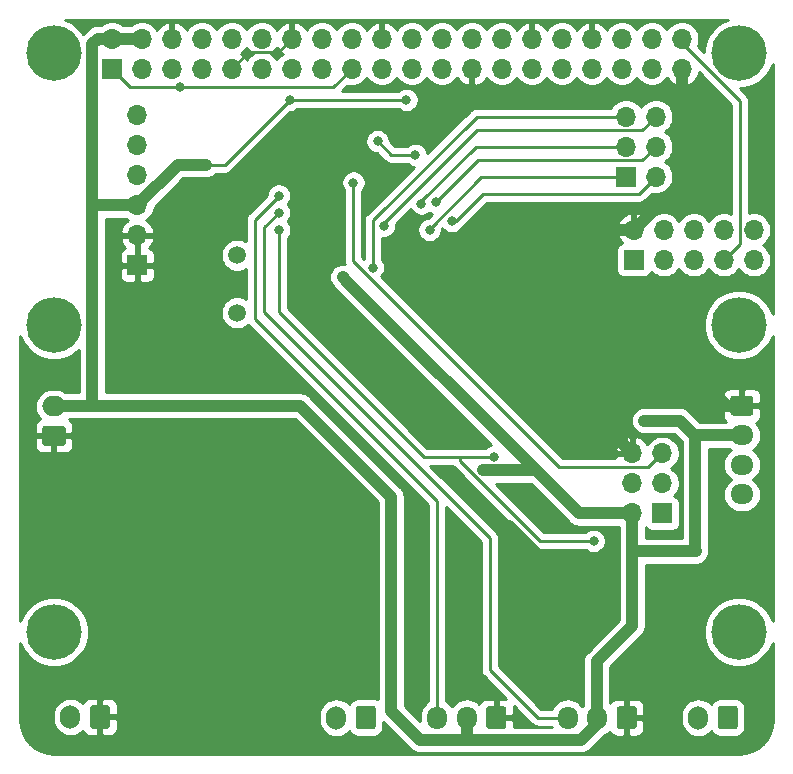
<source format=gbr>
%TF.GenerationSoftware,KiCad,Pcbnew,5.1.10*%
%TF.CreationDate,2021-11-07T20:18:02+05:45*%
%TF.ProjectId,RobotHat,526f626f-7448-4617-942e-6b696361645f,rev?*%
%TF.SameCoordinates,Original*%
%TF.FileFunction,Copper,L2,Bot*%
%TF.FilePolarity,Positive*%
%FSLAX46Y46*%
G04 Gerber Fmt 4.6, Leading zero omitted, Abs format (unit mm)*
G04 Created by KiCad (PCBNEW 5.1.10) date 2021-11-07 20:18:02*
%MOMM*%
%LPD*%
G01*
G04 APERTURE LIST*
%TA.AperFunction,ComponentPad*%
%ADD10C,1.500000*%
%TD*%
%TA.AperFunction,ComponentPad*%
%ADD11O,1.950000X1.700000*%
%TD*%
%TA.AperFunction,ComponentPad*%
%ADD12O,1.700000X1.700000*%
%TD*%
%TA.AperFunction,ComponentPad*%
%ADD13R,1.700000X1.700000*%
%TD*%
%TA.AperFunction,ComponentPad*%
%ADD14C,4.700000*%
%TD*%
%TA.AperFunction,ComponentPad*%
%ADD15O,2.000000X1.700000*%
%TD*%
%TA.AperFunction,ComponentPad*%
%ADD16O,1.700000X2.000000*%
%TD*%
%TA.AperFunction,ComponentPad*%
%ADD17O,1.700000X1.950000*%
%TD*%
%TA.AperFunction,ViaPad*%
%ADD18C,0.800000*%
%TD*%
%TA.AperFunction,Conductor*%
%ADD19C,1.000000*%
%TD*%
%TA.AperFunction,Conductor*%
%ADD20C,0.250000*%
%TD*%
%TA.AperFunction,Conductor*%
%ADD21C,0.300000*%
%TD*%
%TA.AperFunction,Conductor*%
%ADD22C,0.254000*%
%TD*%
%TA.AperFunction,Conductor*%
%ADD23C,0.100000*%
%TD*%
G04 APERTURE END LIST*
D10*
%TO.P,Y1,2*%
%TO.N,XTAL2*%
X69300000Y-67480000D03*
%TO.P,Y1,1*%
%TO.N,XTAL1*%
X69300000Y-62600000D03*
%TD*%
D11*
%TO.P,J5,4*%
%TO.N,SCL*%
X112050000Y-82850000D03*
%TO.P,J5,3*%
%TO.N,SDA*%
X112050000Y-80350000D03*
%TO.P,J5,2*%
%TO.N,+5V*%
X112050000Y-77850000D03*
%TO.P,J5,1*%
%TO.N,GND*%
%TA.AperFunction,ComponentPad*%
G36*
G01*
X111325000Y-74500000D02*
X112775000Y-74500000D01*
G75*
G02*
X113025000Y-74750000I0J-250000D01*
G01*
X113025000Y-75950000D01*
G75*
G02*
X112775000Y-76200000I-250000J0D01*
G01*
X111325000Y-76200000D01*
G75*
G02*
X111075000Y-75950000I0J250000D01*
G01*
X111075000Y-74750000D01*
G75*
G02*
X111325000Y-74500000I250000J0D01*
G01*
G37*
%TD.AperFunction*%
%TD*%
D12*
%TO.P,J12,10*%
%TO.N,N/C*%
X113060000Y-60460000D03*
%TO.P,J12,9*%
%TO.N,RPI_MISO*%
X113060000Y-63000000D03*
%TO.P,J12,8*%
%TO.N,TFT_LED*%
X110520000Y-60460000D03*
%TO.P,J12,7*%
%TO.N,RPI_SCLK*%
X110520000Y-63000000D03*
%TO.P,J12,6*%
%TO.N,RPI_MOSI*%
X107980000Y-60460000D03*
%TO.P,J12,5*%
%TO.N,TFT_DCRS*%
X107980000Y-63000000D03*
%TO.P,J12,4*%
%TO.N,TFT_RESET*%
X105440000Y-60460000D03*
%TO.P,J12,3*%
%TO.N,TFT_CS*%
X105440000Y-63000000D03*
%TO.P,J12,2*%
%TO.N,GND*%
X102900000Y-60460000D03*
D13*
%TO.P,J12,1*%
%TO.N,+3V3*%
X102900000Y-63000000D03*
%TD*%
D12*
%TO.P,J3,6*%
%TO.N,GND*%
X102760000Y-79370000D03*
%TO.P,J3,5*%
%TO.N,RESET*%
X105300000Y-79370000D03*
%TO.P,J3,4*%
%TO.N,MOSI*%
X102760000Y-81910000D03*
%TO.P,J3,3*%
%TO.N,SCK*%
X105300000Y-81910000D03*
%TO.P,J3,2*%
%TO.N,+5V*%
X102760000Y-84450000D03*
D13*
%TO.P,J3,1*%
%TO.N,MISO*%
X105300000Y-84450000D03*
%TD*%
D12*
%TO.P,J4,6*%
%TO.N,DTR*%
X60850000Y-50750000D03*
%TO.P,J4,5*%
%TO.N,TXO*%
X60850000Y-53290000D03*
%TO.P,J4,4*%
%TO.N,RXI*%
X60850000Y-55830000D03*
%TO.P,J4,3*%
%TO.N,+5V*%
X60850000Y-58370000D03*
%TO.P,J4,2*%
%TO.N,GND*%
X60850000Y-60910000D03*
D13*
%TO.P,J4,1*%
X60850000Y-63450000D03*
%TD*%
D14*
%TO.P,H6,1*%
%TO.N,N/C*%
X111800000Y-94500000D03*
%TD*%
%TO.P,H5,1*%
%TO.N,N/C*%
X53800000Y-94500000D03*
%TD*%
D12*
%TO.P,J10,6*%
%TO.N,A7*%
X104765000Y-50870000D03*
%TO.P,J10,5*%
%TO.N,A6*%
X102225000Y-50870000D03*
%TO.P,J10,4*%
%TO.N,A3*%
X104765000Y-53410000D03*
%TO.P,J10,3*%
%TO.N,A2*%
X102225000Y-53410000D03*
%TO.P,J10,2*%
%TO.N,A1*%
X104765000Y-55950000D03*
D13*
%TO.P,J10,1*%
%TO.N,A0*%
X102225000Y-55950000D03*
%TD*%
D15*
%TO.P,J2,2*%
%TO.N,+5V*%
X53800000Y-75400000D03*
%TO.P,J2,1*%
%TO.N,GND*%
%TA.AperFunction,ComponentPad*%
G36*
G01*
X54550000Y-78750000D02*
X53050000Y-78750000D01*
G75*
G02*
X52800000Y-78500000I0J250000D01*
G01*
X52800000Y-77300000D01*
G75*
G02*
X53050000Y-77050000I250000J0D01*
G01*
X54550000Y-77050000D01*
G75*
G02*
X54800000Y-77300000I0J-250000D01*
G01*
X54800000Y-78500000D01*
G75*
G02*
X54550000Y-78750000I-250000J0D01*
G01*
G37*
%TD.AperFunction*%
%TD*%
D14*
%TO.P,H4,1*%
%TO.N,N/C*%
X111800000Y-68500000D03*
%TD*%
%TO.P,H3,1*%
%TO.N,N/C*%
X111800000Y-45500000D03*
%TD*%
%TO.P,H2,1*%
%TO.N,N/C*%
X53800000Y-68500000D03*
%TD*%
%TO.P,H1,1*%
%TO.N,N/C*%
X53800000Y-45500000D03*
%TD*%
D16*
%TO.P,J9,2*%
%TO.N,MOTORB2*%
X108350000Y-101750000D03*
%TO.P,J9,1*%
%TO.N,MOTORB1*%
%TA.AperFunction,ComponentPad*%
G36*
G01*
X111700000Y-101000000D02*
X111700000Y-102500000D01*
G75*
G02*
X111450000Y-102750000I-250000J0D01*
G01*
X110250000Y-102750000D01*
G75*
G02*
X110000000Y-102500000I0J250000D01*
G01*
X110000000Y-101000000D01*
G75*
G02*
X110250000Y-100750000I250000J0D01*
G01*
X111450000Y-100750000D01*
G75*
G02*
X111700000Y-101000000I0J-250000D01*
G01*
G37*
%TD.AperFunction*%
%TD*%
%TO.P,J8,2*%
%TO.N,MOTORA1*%
X77700000Y-101750000D03*
%TO.P,J8,1*%
%TO.N,MOTORA2*%
%TA.AperFunction,ComponentPad*%
G36*
G01*
X81050000Y-101000000D02*
X81050000Y-102500000D01*
G75*
G02*
X80800000Y-102750000I-250000J0D01*
G01*
X79600000Y-102750000D01*
G75*
G02*
X79350000Y-102500000I0J250000D01*
G01*
X79350000Y-101000000D01*
G75*
G02*
X79600000Y-100750000I250000J0D01*
G01*
X80800000Y-100750000D01*
G75*
G02*
X81050000Y-101000000I0J-250000D01*
G01*
G37*
%TD.AperFunction*%
%TD*%
D17*
%TO.P,J7,3*%
%TO.N,D3*%
X97300000Y-101750000D03*
%TO.P,J7,2*%
%TO.N,+5V*%
X99800000Y-101750000D03*
%TO.P,J7,1*%
%TO.N,GND*%
%TA.AperFunction,ComponentPad*%
G36*
G01*
X103150000Y-101025000D02*
X103150000Y-102475000D01*
G75*
G02*
X102900000Y-102725000I-250000J0D01*
G01*
X101700000Y-102725000D01*
G75*
G02*
X101450000Y-102475000I0J250000D01*
G01*
X101450000Y-101025000D01*
G75*
G02*
X101700000Y-100775000I250000J0D01*
G01*
X102900000Y-100775000D01*
G75*
G02*
X103150000Y-101025000I0J-250000D01*
G01*
G37*
%TD.AperFunction*%
%TD*%
%TO.P,J6,3*%
%TO.N,D2*%
X86250000Y-101750000D03*
%TO.P,J6,2*%
%TO.N,+5V*%
X88750000Y-101750000D03*
%TO.P,J6,1*%
%TO.N,GND*%
%TA.AperFunction,ComponentPad*%
G36*
G01*
X92100000Y-101025000D02*
X92100000Y-102475000D01*
G75*
G02*
X91850000Y-102725000I-250000J0D01*
G01*
X90650000Y-102725000D01*
G75*
G02*
X90400000Y-102475000I0J250000D01*
G01*
X90400000Y-101025000D01*
G75*
G02*
X90650000Y-100775000I250000J0D01*
G01*
X91850000Y-100775000D01*
G75*
G02*
X92100000Y-101025000I0J-250000D01*
G01*
G37*
%TD.AperFunction*%
%TD*%
D12*
%TO.P,J11,40*%
%TO.N,RPI_SCLK*%
X106960000Y-44260000D03*
%TO.P,J11,39*%
%TO.N,GND*%
X106960000Y-46800000D03*
%TO.P,J11,38*%
%TO.N,RPI_MISO*%
X104420000Y-44260000D03*
%TO.P,J11,37*%
%TO.N,N/C*%
X104420000Y-46800000D03*
%TO.P,J11,36*%
X101880000Y-44260000D03*
%TO.P,J11,35*%
%TO.N,RPI_MOSI*%
X101880000Y-46800000D03*
%TO.P,J11,34*%
%TO.N,GND*%
X99340000Y-44260000D03*
%TO.P,J11,33*%
%TO.N,N/C*%
X99340000Y-46800000D03*
%TO.P,J11,32*%
X96800000Y-44260000D03*
%TO.P,J11,31*%
X96800000Y-46800000D03*
%TO.P,J11,30*%
%TO.N,GND*%
X94260000Y-44260000D03*
%TO.P,J11,29*%
%TO.N,N/C*%
X94260000Y-46800000D03*
%TO.P,J11,28*%
X91720000Y-44260000D03*
%TO.P,J11,27*%
X91720000Y-46800000D03*
%TO.P,J11,26*%
X89180000Y-44260000D03*
%TO.P,J11,25*%
%TO.N,GND*%
X89180000Y-46800000D03*
%TO.P,J11,24*%
%TO.N,TFT_CS*%
X86640000Y-44260000D03*
%TO.P,J11,23*%
%TO.N,N/C*%
X86640000Y-46800000D03*
%TO.P,J11,22*%
%TO.N,TFT_RESET*%
X84100000Y-44260000D03*
%TO.P,J11,21*%
%TO.N,N/C*%
X84100000Y-46800000D03*
%TO.P,J11,20*%
%TO.N,GND*%
X81560000Y-44260000D03*
%TO.P,J11,19*%
%TO.N,N/C*%
X81560000Y-46800000D03*
%TO.P,J11,18*%
%TO.N,TFT_DCRS*%
X79020000Y-44260000D03*
%TO.P,J11,17*%
%TO.N,+3V3*%
X79020000Y-46800000D03*
%TO.P,J11,16*%
%TO.N,N/C*%
X76480000Y-44260000D03*
%TO.P,J11,15*%
X76480000Y-46800000D03*
%TO.P,J11,14*%
%TO.N,GND*%
X73940000Y-44260000D03*
%TO.P,J11,13*%
%TO.N,N/C*%
X73940000Y-46800000D03*
%TO.P,J11,12*%
%TO.N,TFT_LED*%
X71400000Y-44260000D03*
%TO.P,J11,11*%
%TO.N,N/C*%
X71400000Y-46800000D03*
%TO.P,J11,10*%
X68860000Y-44260000D03*
%TO.P,J11,9*%
%TO.N,GND*%
X68860000Y-46800000D03*
%TO.P,J11,8*%
%TO.N,N/C*%
X66320000Y-44260000D03*
%TO.P,J11,7*%
X66320000Y-46800000D03*
%TO.P,J11,6*%
%TO.N,GND*%
X63780000Y-44260000D03*
%TO.P,J11,5*%
%TO.N,3v3_SCL*%
X63780000Y-46800000D03*
%TO.P,J11,4*%
%TO.N,+5V*%
X61240000Y-44260000D03*
%TO.P,J11,3*%
%TO.N,3v3_SDA*%
X61240000Y-46800000D03*
%TO.P,J11,2*%
%TO.N,+5V*%
X58700000Y-44260000D03*
D13*
%TO.P,J11,1*%
%TO.N,+3V3*%
X58700000Y-46800000D03*
%TD*%
D16*
%TO.P,J1,2*%
%TO.N,+9V*%
X55200000Y-101700000D03*
%TO.P,J1,1*%
%TO.N,GND*%
%TA.AperFunction,ComponentPad*%
G36*
G01*
X58550000Y-100950000D02*
X58550000Y-102450000D01*
G75*
G02*
X58300000Y-102700000I-250000J0D01*
G01*
X57100000Y-102700000D01*
G75*
G02*
X56850000Y-102450000I0J250000D01*
G01*
X56850000Y-100950000D01*
G75*
G02*
X57100000Y-100700000I250000J0D01*
G01*
X58300000Y-100700000D01*
G75*
G02*
X58550000Y-100950000I0J-250000D01*
G01*
G37*
%TD.AperFunction*%
%TD*%
D18*
%TO.N,GND*%
X91325000Y-85525000D03*
X95500000Y-88675000D03*
X55100000Y-86350000D03*
X55100000Y-89750000D03*
X77124990Y-62850000D03*
X77150000Y-61250000D03*
%TO.N,RESET*%
X79150000Y-56450000D03*
%TO.N,+5V*%
X90150000Y-80825000D03*
X78250004Y-64450000D03*
X94600000Y-80799998D03*
X66700000Y-54950000D03*
X73750000Y-49450000D03*
X83650000Y-49450000D03*
X103800000Y-76600000D03*
%TO.N,+3V3*%
X64449996Y-48350000D03*
%TO.N,SCL*%
X81200000Y-52950000D03*
X84400000Y-54100000D03*
%TO.N,A7*%
X81749999Y-60100001D03*
%TO.N,A6*%
X80800000Y-63649998D03*
%TO.N,A3*%
X86125000Y-58125000D03*
%TO.N,A2*%
X84912337Y-58237657D03*
%TO.N,A1*%
X87500000Y-59700000D03*
%TO.N,A0*%
X85600008Y-60450000D03*
%TO.N,D2*%
X72850000Y-57550000D03*
%TO.N,D3*%
X72850000Y-58999996D03*
%TO.N,D4*%
X91050000Y-79650000D03*
X99500000Y-86800000D03*
X72850000Y-60450000D03*
%TD*%
D19*
%TO.N,GND*%
X92350000Y-85525000D02*
X95500000Y-88675000D01*
X91325000Y-85525000D02*
X92350000Y-85525000D01*
D20*
X77124990Y-61275010D02*
X77150000Y-61250000D01*
X77124990Y-62850000D02*
X77124990Y-61275010D01*
X72764999Y-45435001D02*
X73940000Y-44260000D01*
X70224999Y-45435001D02*
X72764999Y-45435001D01*
X68860000Y-46800000D02*
X70224999Y-45435001D01*
D19*
X99600000Y-61500000D02*
X100640000Y-60460000D01*
X100640000Y-60460000D02*
X102900000Y-60460000D01*
X112050000Y-75350000D02*
X110750000Y-75350000D01*
X106960000Y-56400000D02*
X106960000Y-46800000D01*
X102900000Y-60460000D02*
X106960000Y-56400000D01*
X99600000Y-64200000D02*
X99600000Y-61500000D01*
X101910001Y-78520001D02*
X101910001Y-75689999D01*
X102760000Y-79370000D02*
X101910001Y-78520001D01*
X101910001Y-75689999D02*
X106500000Y-71100000D01*
X106500000Y-71100000D02*
X99600000Y-64200000D01*
X110750000Y-75350000D02*
X106500000Y-71100000D01*
D20*
%TO.N,RESET*%
X79150000Y-63100000D02*
X79150000Y-56450000D01*
X96595001Y-80545001D02*
X79150000Y-63100000D01*
X104124999Y-80545001D02*
X96595001Y-80545001D01*
X105300000Y-79370000D02*
X104124999Y-80545001D01*
D19*
%TO.N,+5V*%
X57497919Y-44260000D02*
X58700000Y-44260000D01*
X57050000Y-44707919D02*
X57497919Y-44260000D01*
X61240000Y-44260000D02*
X58700000Y-44260000D01*
D21*
X92250000Y-80825000D02*
X90150000Y-80825000D01*
X78200000Y-64450000D02*
X78250004Y-64450000D01*
X94525000Y-80775000D02*
X94525000Y-80825000D01*
D19*
X90150000Y-80825000D02*
X94525000Y-80825000D01*
D21*
X94525000Y-80825000D02*
X94525000Y-80849974D01*
D19*
X102760000Y-84450000D02*
X98250002Y-84450000D01*
X78250004Y-64450000D02*
X78650003Y-64850001D01*
X98250002Y-84450000D02*
X94600000Y-80799998D01*
X78650003Y-64850001D02*
X94600000Y-80799998D01*
X60880000Y-58400000D02*
X60850000Y-58370000D01*
X57080000Y-58370000D02*
X57050000Y-58400000D01*
X60850000Y-58370000D02*
X57080000Y-58370000D01*
X57050000Y-75250000D02*
X57050000Y-58400000D01*
X57050000Y-58400000D02*
X57050000Y-44707919D01*
X60850000Y-58370000D02*
X64270000Y-54950000D01*
X64270000Y-54950000D02*
X66700000Y-54950000D01*
D20*
X68250000Y-54950000D02*
X66700000Y-54950000D01*
D19*
X102760000Y-84450000D02*
X102760000Y-87690000D01*
X98400000Y-103650000D02*
X88750000Y-103650000D01*
X99750000Y-102300000D02*
X98400000Y-103650000D01*
X99750000Y-97000000D02*
X99750000Y-102300000D01*
X102760000Y-93990000D02*
X99750000Y-97000000D01*
X102760000Y-87690000D02*
X102760000Y-93990000D01*
X88750000Y-101750000D02*
X88750000Y-103650000D01*
X82350000Y-83050000D02*
X74650000Y-75350000D01*
X82350000Y-101200000D02*
X82350000Y-83050000D01*
X84800000Y-103650000D02*
X82350000Y-101200000D01*
X88750000Y-103650000D02*
X84800000Y-103650000D01*
X53850000Y-75350000D02*
X53800000Y-75400000D01*
X74650000Y-75350000D02*
X53850000Y-75350000D01*
D20*
X73750000Y-49450000D02*
X68250000Y-54950000D01*
X73950000Y-49250000D02*
X73750000Y-49450000D01*
X73750000Y-49450000D02*
X83650000Y-49450000D01*
D19*
X108100000Y-87690000D02*
X108150000Y-87640000D01*
X102760000Y-87690000D02*
X108100000Y-87690000D01*
X108150000Y-77850000D02*
X108100000Y-77900000D01*
X112050000Y-77850000D02*
X108150000Y-77850000D01*
X108100000Y-87690000D02*
X108100000Y-77900000D01*
X106800000Y-76600000D02*
X103800000Y-76600000D01*
X108100000Y-77900000D02*
X106800000Y-76600000D01*
D20*
%TO.N,+3V3*%
X79020000Y-46800000D02*
X77470000Y-48350000D01*
X77470000Y-48350000D02*
X64449996Y-48350000D01*
X60250000Y-48350000D02*
X64449996Y-48350000D01*
X58700000Y-46800000D02*
X60250000Y-48350000D01*
%TO.N,SCL*%
X82350000Y-54100000D02*
X84400000Y-54100000D01*
X81200000Y-52950000D02*
X82350000Y-54100000D01*
%TO.N,A7*%
X81749999Y-59900001D02*
X81749999Y-60100001D01*
X89604999Y-52045001D02*
X81749999Y-59900001D01*
X103589999Y-52045001D02*
X89604999Y-52045001D01*
X104765000Y-50870000D02*
X103589999Y-52045001D01*
%TO.N,A6*%
X102225000Y-50639998D02*
X102225000Y-50870000D01*
X80800000Y-59650000D02*
X80800000Y-63649998D01*
X89580000Y-50870000D02*
X80800000Y-59650000D01*
X102225000Y-50870000D02*
X89580000Y-50870000D01*
%TO.N,A3*%
X89664999Y-54585001D02*
X86125000Y-58125000D01*
X104765000Y-53410000D02*
X103589999Y-54585001D01*
X103589999Y-54585001D02*
X89664999Y-54585001D01*
%TO.N,A2*%
X84912337Y-58037663D02*
X84912337Y-58237657D01*
X89540000Y-53410000D02*
X84912337Y-58037663D01*
X102225000Y-53410000D02*
X89540000Y-53410000D01*
%TO.N,A1*%
X87850000Y-59700000D02*
X87500000Y-59700000D01*
X90150000Y-57400000D02*
X87850000Y-59700000D01*
X103315000Y-57400000D02*
X90150000Y-57400000D01*
X104765000Y-55950000D02*
X103315000Y-57400000D01*
%TO.N,A0*%
X85600008Y-60349992D02*
X85600008Y-60450000D01*
X90000000Y-55950000D02*
X85600008Y-60349992D01*
X102225000Y-55950000D02*
X90000000Y-55950000D01*
%TO.N,D2*%
X70800000Y-59600000D02*
X72850000Y-57550000D01*
X70800000Y-68000000D02*
X70800000Y-59600000D01*
X86250000Y-83450000D02*
X70800000Y-68000000D01*
X86250000Y-101750000D02*
X86250000Y-83450000D01*
%TO.N,D3*%
X85450000Y-81300000D02*
X85050000Y-80900000D01*
X85050000Y-80900000D02*
X71600000Y-67450000D01*
X71600000Y-67450000D02*
X71600000Y-60249996D01*
X71600000Y-60249996D02*
X72850000Y-58999996D01*
X90700000Y-86550000D02*
X85050000Y-80900000D01*
X90700000Y-97700000D02*
X90700000Y-86550000D01*
X94750000Y-101750000D02*
X90700000Y-97700000D01*
X97300000Y-101750000D02*
X94750000Y-101750000D01*
%TO.N,D4*%
X91050000Y-79650000D02*
X88150000Y-79650000D01*
X94958260Y-86800000D02*
X88150000Y-79991740D01*
X88150000Y-79991740D02*
X88150000Y-79650000D01*
X99500000Y-86800000D02*
X94958260Y-86800000D01*
X85100000Y-79650000D02*
X72850000Y-67400000D01*
X72850000Y-67400000D02*
X72850000Y-60450000D01*
X88150000Y-79650000D02*
X85100000Y-79650000D01*
%TO.N,RPI_SCLK*%
X106960000Y-44619002D02*
X106960000Y-44260000D01*
X111884999Y-49544001D02*
X106960000Y-44619002D01*
X111884999Y-61635001D02*
X111884999Y-49544001D01*
X110520000Y-63000000D02*
X111884999Y-61635001D01*
%TD*%
D22*
%TO.N,GND*%
X114640000Y-67556186D02*
X114445273Y-67086072D01*
X114118601Y-66597174D01*
X113702826Y-66181399D01*
X113213928Y-65854727D01*
X112670692Y-65629712D01*
X112093997Y-65515000D01*
X111506003Y-65515000D01*
X110929308Y-65629712D01*
X110386072Y-65854727D01*
X109897174Y-66181399D01*
X109481399Y-66597174D01*
X109154727Y-67086072D01*
X108929712Y-67629308D01*
X108815000Y-68206003D01*
X108815000Y-68793997D01*
X108929712Y-69370692D01*
X109154727Y-69913928D01*
X109481399Y-70402826D01*
X109897174Y-70818601D01*
X110386072Y-71145273D01*
X110929308Y-71370288D01*
X111506003Y-71485000D01*
X112093997Y-71485000D01*
X112670692Y-71370288D01*
X113213928Y-71145273D01*
X113702826Y-70818601D01*
X114118601Y-70402826D01*
X114445273Y-69913928D01*
X114640000Y-69443814D01*
X114640001Y-93556188D01*
X114445273Y-93086072D01*
X114118601Y-92597174D01*
X113702826Y-92181399D01*
X113213928Y-91854727D01*
X112670692Y-91629712D01*
X112093997Y-91515000D01*
X111506003Y-91515000D01*
X110929308Y-91629712D01*
X110386072Y-91854727D01*
X109897174Y-92181399D01*
X109481399Y-92597174D01*
X109154727Y-93086072D01*
X108929712Y-93629308D01*
X108815000Y-94206003D01*
X108815000Y-94793997D01*
X108929712Y-95370692D01*
X109154727Y-95913928D01*
X109481399Y-96402826D01*
X109897174Y-96818601D01*
X110386072Y-97145273D01*
X110929308Y-97370288D01*
X111506003Y-97485000D01*
X112093997Y-97485000D01*
X112670692Y-97370288D01*
X113213928Y-97145273D01*
X113702826Y-96818601D01*
X114118601Y-96402826D01*
X114445273Y-95913928D01*
X114640001Y-95443812D01*
X114640001Y-101967711D01*
X114582808Y-102551010D01*
X114422783Y-103081036D01*
X114162860Y-103569880D01*
X113812935Y-103998931D01*
X113386335Y-104351845D01*
X112899320Y-104615173D01*
X112370422Y-104778894D01*
X111789040Y-104840000D01*
X53832279Y-104840000D01*
X53248990Y-104782808D01*
X52718964Y-104622783D01*
X52230120Y-104362860D01*
X51801069Y-104012935D01*
X51448155Y-103586335D01*
X51184827Y-103099320D01*
X51021106Y-102570422D01*
X50960000Y-101989040D01*
X50960000Y-101477050D01*
X53715000Y-101477050D01*
X53715000Y-101922949D01*
X53736487Y-102141110D01*
X53821401Y-102421033D01*
X53959294Y-102679013D01*
X54144866Y-102905134D01*
X54370986Y-103090706D01*
X54628966Y-103228599D01*
X54908889Y-103313513D01*
X55200000Y-103342185D01*
X55491110Y-103313513D01*
X55771033Y-103228599D01*
X56029013Y-103090706D01*
X56249945Y-102909392D01*
X56260498Y-102944180D01*
X56319463Y-103054494D01*
X56398815Y-103151185D01*
X56495506Y-103230537D01*
X56605820Y-103289502D01*
X56725518Y-103325812D01*
X56850000Y-103338072D01*
X57414250Y-103335000D01*
X57573000Y-103176250D01*
X57573000Y-101827000D01*
X57827000Y-101827000D01*
X57827000Y-103176250D01*
X57985750Y-103335000D01*
X58550000Y-103338072D01*
X58674482Y-103325812D01*
X58794180Y-103289502D01*
X58904494Y-103230537D01*
X59001185Y-103151185D01*
X59080537Y-103054494D01*
X59139502Y-102944180D01*
X59175812Y-102824482D01*
X59188072Y-102700000D01*
X59185000Y-101985750D01*
X59026250Y-101827000D01*
X57827000Y-101827000D01*
X57573000Y-101827000D01*
X57553000Y-101827000D01*
X57553000Y-101573000D01*
X57573000Y-101573000D01*
X57573000Y-100223750D01*
X57827000Y-100223750D01*
X57827000Y-101573000D01*
X59026250Y-101573000D01*
X59185000Y-101414250D01*
X59188072Y-100700000D01*
X59175812Y-100575518D01*
X59139502Y-100455820D01*
X59080537Y-100345506D01*
X59001185Y-100248815D01*
X58904494Y-100169463D01*
X58794180Y-100110498D01*
X58674482Y-100074188D01*
X58550000Y-100061928D01*
X57985750Y-100065000D01*
X57827000Y-100223750D01*
X57573000Y-100223750D01*
X57414250Y-100065000D01*
X56850000Y-100061928D01*
X56725518Y-100074188D01*
X56605820Y-100110498D01*
X56495506Y-100169463D01*
X56398815Y-100248815D01*
X56319463Y-100345506D01*
X56260498Y-100455820D01*
X56249945Y-100490608D01*
X56029014Y-100309294D01*
X55771034Y-100171401D01*
X55491111Y-100086487D01*
X55200000Y-100057815D01*
X54908890Y-100086487D01*
X54628967Y-100171401D01*
X54370987Y-100309294D01*
X54144866Y-100494866D01*
X53959294Y-100720986D01*
X53821401Y-100978966D01*
X53736487Y-101258889D01*
X53715000Y-101477050D01*
X50960000Y-101477050D01*
X50960000Y-95443814D01*
X51154727Y-95913928D01*
X51481399Y-96402826D01*
X51897174Y-96818601D01*
X52386072Y-97145273D01*
X52929308Y-97370288D01*
X53506003Y-97485000D01*
X54093997Y-97485000D01*
X54670692Y-97370288D01*
X55213928Y-97145273D01*
X55702826Y-96818601D01*
X56118601Y-96402826D01*
X56445273Y-95913928D01*
X56670288Y-95370692D01*
X56785000Y-94793997D01*
X56785000Y-94206003D01*
X56670288Y-93629308D01*
X56445273Y-93086072D01*
X56118601Y-92597174D01*
X55702826Y-92181399D01*
X55213928Y-91854727D01*
X54670692Y-91629712D01*
X54093997Y-91515000D01*
X53506003Y-91515000D01*
X52929308Y-91629712D01*
X52386072Y-91854727D01*
X51897174Y-92181399D01*
X51481399Y-92597174D01*
X51154727Y-93086072D01*
X50960000Y-93556186D01*
X50960000Y-78750000D01*
X52161928Y-78750000D01*
X52174188Y-78874482D01*
X52210498Y-78994180D01*
X52269463Y-79104494D01*
X52348815Y-79201185D01*
X52445506Y-79280537D01*
X52555820Y-79339502D01*
X52675518Y-79375812D01*
X52800000Y-79388072D01*
X53514250Y-79385000D01*
X53673000Y-79226250D01*
X53673000Y-78027000D01*
X53927000Y-78027000D01*
X53927000Y-79226250D01*
X54085750Y-79385000D01*
X54800000Y-79388072D01*
X54924482Y-79375812D01*
X55044180Y-79339502D01*
X55154494Y-79280537D01*
X55251185Y-79201185D01*
X55330537Y-79104494D01*
X55389502Y-78994180D01*
X55425812Y-78874482D01*
X55438072Y-78750000D01*
X55435000Y-78185750D01*
X55276250Y-78027000D01*
X53927000Y-78027000D01*
X53673000Y-78027000D01*
X52323750Y-78027000D01*
X52165000Y-78185750D01*
X52161928Y-78750000D01*
X50960000Y-78750000D01*
X50960000Y-69443814D01*
X51154727Y-69913928D01*
X51481399Y-70402826D01*
X51897174Y-70818601D01*
X52386072Y-71145273D01*
X52929308Y-71370288D01*
X53506003Y-71485000D01*
X54093997Y-71485000D01*
X54670692Y-71370288D01*
X55213928Y-71145273D01*
X55702826Y-70818601D01*
X55915000Y-70606427D01*
X55915000Y-74215000D01*
X54846892Y-74215000D01*
X54779014Y-74159294D01*
X54521034Y-74021401D01*
X54241111Y-73936487D01*
X54022950Y-73915000D01*
X53577050Y-73915000D01*
X53358889Y-73936487D01*
X53078966Y-74021401D01*
X52820986Y-74159294D01*
X52594866Y-74344866D01*
X52409294Y-74570986D01*
X52271401Y-74828966D01*
X52186487Y-75108889D01*
X52157815Y-75400000D01*
X52186487Y-75691111D01*
X52271401Y-75971034D01*
X52409294Y-76229014D01*
X52590608Y-76449945D01*
X52555820Y-76460498D01*
X52445506Y-76519463D01*
X52348815Y-76598815D01*
X52269463Y-76695506D01*
X52210498Y-76805820D01*
X52174188Y-76925518D01*
X52161928Y-77050000D01*
X52165000Y-77614250D01*
X52323750Y-77773000D01*
X53673000Y-77773000D01*
X53673000Y-77753000D01*
X53927000Y-77753000D01*
X53927000Y-77773000D01*
X55276250Y-77773000D01*
X55435000Y-77614250D01*
X55438072Y-77050000D01*
X55425812Y-76925518D01*
X55389502Y-76805820D01*
X55330537Y-76695506D01*
X55251185Y-76598815D01*
X55154494Y-76519463D01*
X55090019Y-76485000D01*
X74179869Y-76485000D01*
X81215001Y-83520133D01*
X81215000Y-100219697D01*
X81139850Y-100179528D01*
X80973254Y-100128992D01*
X80800000Y-100111928D01*
X79600000Y-100111928D01*
X79426746Y-100128992D01*
X79260150Y-100179528D01*
X79106614Y-100261595D01*
X78972038Y-100372038D01*
X78861595Y-100506614D01*
X78807223Y-100608337D01*
X78755134Y-100544866D01*
X78529014Y-100359294D01*
X78271034Y-100221401D01*
X77991111Y-100136487D01*
X77700000Y-100107815D01*
X77408890Y-100136487D01*
X77128967Y-100221401D01*
X76870987Y-100359294D01*
X76644866Y-100544866D01*
X76459294Y-100770986D01*
X76321401Y-101028966D01*
X76236487Y-101308889D01*
X76215000Y-101527050D01*
X76215000Y-101972949D01*
X76236487Y-102191110D01*
X76321401Y-102471033D01*
X76459294Y-102729013D01*
X76644866Y-102955134D01*
X76870986Y-103140706D01*
X77128966Y-103278599D01*
X77408889Y-103363513D01*
X77700000Y-103392185D01*
X77991110Y-103363513D01*
X78271033Y-103278599D01*
X78529013Y-103140706D01*
X78755134Y-102955134D01*
X78807223Y-102891663D01*
X78861595Y-102993386D01*
X78972038Y-103127962D01*
X79106614Y-103238405D01*
X79260150Y-103320472D01*
X79426746Y-103371008D01*
X79600000Y-103388072D01*
X80800000Y-103388072D01*
X80973254Y-103371008D01*
X81139850Y-103320472D01*
X81293386Y-103238405D01*
X81427962Y-103127962D01*
X81538405Y-102993386D01*
X81620472Y-102839850D01*
X81671008Y-102673254D01*
X81688072Y-102500000D01*
X81688072Y-102143203D01*
X83958009Y-104413141D01*
X83993551Y-104456449D01*
X84166377Y-104598284D01*
X84363553Y-104703676D01*
X84527705Y-104753471D01*
X84577500Y-104768577D01*
X84598493Y-104770644D01*
X84744248Y-104785000D01*
X84744255Y-104785000D01*
X84799999Y-104790490D01*
X84855743Y-104785000D01*
X88694249Y-104785000D01*
X88750000Y-104790491D01*
X88805752Y-104785000D01*
X98344249Y-104785000D01*
X98400000Y-104790491D01*
X98455751Y-104785000D01*
X98455752Y-104785000D01*
X98622499Y-104768577D01*
X98836447Y-104703676D01*
X99033623Y-104598284D01*
X99206449Y-104456449D01*
X99241996Y-104413135D01*
X100436555Y-103218577D01*
X100629013Y-103115706D01*
X100849945Y-102934392D01*
X100860498Y-102969180D01*
X100919463Y-103079494D01*
X100998815Y-103176185D01*
X101095506Y-103255537D01*
X101205820Y-103314502D01*
X101325518Y-103350812D01*
X101450000Y-103363072D01*
X102014250Y-103360000D01*
X102173000Y-103201250D01*
X102173000Y-101877000D01*
X102427000Y-101877000D01*
X102427000Y-103201250D01*
X102585750Y-103360000D01*
X103150000Y-103363072D01*
X103274482Y-103350812D01*
X103394180Y-103314502D01*
X103504494Y-103255537D01*
X103601185Y-103176185D01*
X103680537Y-103079494D01*
X103739502Y-102969180D01*
X103775812Y-102849482D01*
X103788072Y-102725000D01*
X103785000Y-102035750D01*
X103626250Y-101877000D01*
X102427000Y-101877000D01*
X102173000Y-101877000D01*
X102153000Y-101877000D01*
X102153000Y-101623000D01*
X102173000Y-101623000D01*
X102173000Y-100298750D01*
X102427000Y-100298750D01*
X102427000Y-101623000D01*
X103626250Y-101623000D01*
X103722200Y-101527050D01*
X106865000Y-101527050D01*
X106865000Y-101972949D01*
X106886487Y-102191110D01*
X106971401Y-102471033D01*
X107109294Y-102729013D01*
X107294866Y-102955134D01*
X107520986Y-103140706D01*
X107778966Y-103278599D01*
X108058889Y-103363513D01*
X108350000Y-103392185D01*
X108641110Y-103363513D01*
X108921033Y-103278599D01*
X109179013Y-103140706D01*
X109405134Y-102955134D01*
X109457223Y-102891663D01*
X109511595Y-102993386D01*
X109622038Y-103127962D01*
X109756614Y-103238405D01*
X109910150Y-103320472D01*
X110076746Y-103371008D01*
X110250000Y-103388072D01*
X111450000Y-103388072D01*
X111623254Y-103371008D01*
X111789850Y-103320472D01*
X111943386Y-103238405D01*
X112077962Y-103127962D01*
X112188405Y-102993386D01*
X112270472Y-102839850D01*
X112321008Y-102673254D01*
X112338072Y-102500000D01*
X112338072Y-101000000D01*
X112321008Y-100826746D01*
X112270472Y-100660150D01*
X112188405Y-100506614D01*
X112077962Y-100372038D01*
X111943386Y-100261595D01*
X111789850Y-100179528D01*
X111623254Y-100128992D01*
X111450000Y-100111928D01*
X110250000Y-100111928D01*
X110076746Y-100128992D01*
X109910150Y-100179528D01*
X109756614Y-100261595D01*
X109622038Y-100372038D01*
X109511595Y-100506614D01*
X109457223Y-100608337D01*
X109405134Y-100544866D01*
X109179014Y-100359294D01*
X108921034Y-100221401D01*
X108641111Y-100136487D01*
X108350000Y-100107815D01*
X108058890Y-100136487D01*
X107778967Y-100221401D01*
X107520987Y-100359294D01*
X107294866Y-100544866D01*
X107109294Y-100770986D01*
X106971401Y-101028966D01*
X106886487Y-101308889D01*
X106865000Y-101527050D01*
X103722200Y-101527050D01*
X103785000Y-101464250D01*
X103788072Y-100775000D01*
X103775812Y-100650518D01*
X103739502Y-100530820D01*
X103680537Y-100420506D01*
X103601185Y-100323815D01*
X103504494Y-100244463D01*
X103394180Y-100185498D01*
X103274482Y-100149188D01*
X103150000Y-100136928D01*
X102585750Y-100140000D01*
X102427000Y-100298750D01*
X102173000Y-100298750D01*
X102014250Y-100140000D01*
X101450000Y-100136928D01*
X101325518Y-100149188D01*
X101205820Y-100185498D01*
X101095506Y-100244463D01*
X100998815Y-100323815D01*
X100919463Y-100420506D01*
X100885000Y-100484981D01*
X100885000Y-97470131D01*
X103523141Y-94831991D01*
X103566449Y-94796449D01*
X103708284Y-94623623D01*
X103813676Y-94426447D01*
X103878577Y-94212499D01*
X103895000Y-94045752D01*
X103900491Y-93990000D01*
X103895000Y-93934248D01*
X103895000Y-88825000D01*
X108044248Y-88825000D01*
X108100000Y-88830491D01*
X108155751Y-88825000D01*
X108155752Y-88825000D01*
X108322499Y-88808577D01*
X108536447Y-88743676D01*
X108733623Y-88638284D01*
X108906449Y-88496449D01*
X108941993Y-88453139D01*
X108991989Y-88403143D01*
X109098284Y-88273622D01*
X109203676Y-88076446D01*
X109268577Y-87862498D01*
X109290491Y-87640000D01*
X109268577Y-87417501D01*
X109235000Y-87306813D01*
X109235000Y-78985000D01*
X110967183Y-78985000D01*
X111095986Y-79090706D01*
X111113374Y-79100000D01*
X111095986Y-79109294D01*
X110869866Y-79294866D01*
X110684294Y-79520986D01*
X110546401Y-79778966D01*
X110461487Y-80058889D01*
X110432815Y-80350000D01*
X110461487Y-80641111D01*
X110546401Y-80921034D01*
X110684294Y-81179014D01*
X110869866Y-81405134D01*
X111095986Y-81590706D01*
X111113374Y-81600000D01*
X111095986Y-81609294D01*
X110869866Y-81794866D01*
X110684294Y-82020986D01*
X110546401Y-82278966D01*
X110461487Y-82558889D01*
X110432815Y-82850000D01*
X110461487Y-83141111D01*
X110546401Y-83421034D01*
X110684294Y-83679014D01*
X110869866Y-83905134D01*
X111095986Y-84090706D01*
X111353966Y-84228599D01*
X111633889Y-84313513D01*
X111852050Y-84335000D01*
X112247950Y-84335000D01*
X112466111Y-84313513D01*
X112746034Y-84228599D01*
X113004014Y-84090706D01*
X113230134Y-83905134D01*
X113415706Y-83679014D01*
X113553599Y-83421034D01*
X113638513Y-83141111D01*
X113667185Y-82850000D01*
X113638513Y-82558889D01*
X113553599Y-82278966D01*
X113415706Y-82020986D01*
X113230134Y-81794866D01*
X113004014Y-81609294D01*
X112986626Y-81600000D01*
X113004014Y-81590706D01*
X113230134Y-81405134D01*
X113415706Y-81179014D01*
X113553599Y-80921034D01*
X113638513Y-80641111D01*
X113667185Y-80350000D01*
X113638513Y-80058889D01*
X113553599Y-79778966D01*
X113415706Y-79520986D01*
X113230134Y-79294866D01*
X113004014Y-79109294D01*
X112986626Y-79100000D01*
X113004014Y-79090706D01*
X113230134Y-78905134D01*
X113415706Y-78679014D01*
X113553599Y-78421034D01*
X113638513Y-78141111D01*
X113667185Y-77850000D01*
X113638513Y-77558889D01*
X113553599Y-77278966D01*
X113415706Y-77020986D01*
X113234392Y-76800055D01*
X113269180Y-76789502D01*
X113379494Y-76730537D01*
X113476185Y-76651185D01*
X113555537Y-76554494D01*
X113614502Y-76444180D01*
X113650812Y-76324482D01*
X113663072Y-76200000D01*
X113660000Y-75635750D01*
X113501250Y-75477000D01*
X112177000Y-75477000D01*
X112177000Y-75497000D01*
X111923000Y-75497000D01*
X111923000Y-75477000D01*
X110598750Y-75477000D01*
X110440000Y-75635750D01*
X110436928Y-76200000D01*
X110449188Y-76324482D01*
X110485498Y-76444180D01*
X110544463Y-76554494D01*
X110623815Y-76651185D01*
X110701574Y-76715000D01*
X108520132Y-76715000D01*
X107641995Y-75836864D01*
X107606449Y-75793551D01*
X107433623Y-75651716D01*
X107236447Y-75546324D01*
X107022499Y-75481423D01*
X106855752Y-75465000D01*
X106855751Y-75465000D01*
X106800000Y-75459509D01*
X106744249Y-75465000D01*
X103744248Y-75465000D01*
X103577501Y-75481423D01*
X103363553Y-75546324D01*
X103166377Y-75651716D01*
X102993551Y-75793551D01*
X102851716Y-75966377D01*
X102746324Y-76163553D01*
X102681423Y-76377501D01*
X102659509Y-76600000D01*
X102681423Y-76822499D01*
X102746324Y-77036447D01*
X102851716Y-77233623D01*
X102993551Y-77406449D01*
X103166377Y-77548284D01*
X103363553Y-77653676D01*
X103577501Y-77718577D01*
X103744248Y-77735000D01*
X106329868Y-77735000D01*
X106965001Y-78370133D01*
X106965000Y-86555000D01*
X103895000Y-86555000D01*
X103895000Y-85608728D01*
X103919463Y-85654494D01*
X103998815Y-85751185D01*
X104095506Y-85830537D01*
X104205820Y-85889502D01*
X104325518Y-85925812D01*
X104450000Y-85938072D01*
X106150000Y-85938072D01*
X106274482Y-85925812D01*
X106394180Y-85889502D01*
X106504494Y-85830537D01*
X106601185Y-85751185D01*
X106680537Y-85654494D01*
X106739502Y-85544180D01*
X106775812Y-85424482D01*
X106788072Y-85300000D01*
X106788072Y-83600000D01*
X106775812Y-83475518D01*
X106739502Y-83355820D01*
X106680537Y-83245506D01*
X106601185Y-83148815D01*
X106504494Y-83069463D01*
X106394180Y-83010498D01*
X106321620Y-82988487D01*
X106453475Y-82856632D01*
X106615990Y-82613411D01*
X106727932Y-82343158D01*
X106785000Y-82056260D01*
X106785000Y-81763740D01*
X106727932Y-81476842D01*
X106615990Y-81206589D01*
X106453475Y-80963368D01*
X106246632Y-80756525D01*
X106072240Y-80640000D01*
X106246632Y-80523475D01*
X106453475Y-80316632D01*
X106615990Y-80073411D01*
X106727932Y-79803158D01*
X106785000Y-79516260D01*
X106785000Y-79223740D01*
X106727932Y-78936842D01*
X106615990Y-78666589D01*
X106453475Y-78423368D01*
X106246632Y-78216525D01*
X106003411Y-78054010D01*
X105733158Y-77942068D01*
X105446260Y-77885000D01*
X105153740Y-77885000D01*
X104866842Y-77942068D01*
X104596589Y-78054010D01*
X104353368Y-78216525D01*
X104146525Y-78423368D01*
X104028900Y-78599406D01*
X103857588Y-78369731D01*
X103641355Y-78174822D01*
X103391252Y-78025843D01*
X103116891Y-77928519D01*
X102887000Y-78049186D01*
X102887000Y-79243000D01*
X102907000Y-79243000D01*
X102907000Y-79497000D01*
X102887000Y-79497000D01*
X102887000Y-79517000D01*
X102633000Y-79517000D01*
X102633000Y-79497000D01*
X101439845Y-79497000D01*
X101318524Y-79726890D01*
X101336150Y-79785001D01*
X96909803Y-79785001D01*
X96137912Y-79013110D01*
X101318524Y-79013110D01*
X101439845Y-79243000D01*
X102633000Y-79243000D01*
X102633000Y-78049186D01*
X102403109Y-77928519D01*
X102128748Y-78025843D01*
X101878645Y-78174822D01*
X101662412Y-78369731D01*
X101488359Y-78603080D01*
X101363175Y-78865901D01*
X101318524Y-79013110D01*
X96137912Y-79013110D01*
X91624802Y-74500000D01*
X110436928Y-74500000D01*
X110440000Y-75064250D01*
X110598750Y-75223000D01*
X111923000Y-75223000D01*
X111923000Y-74023750D01*
X112177000Y-74023750D01*
X112177000Y-75223000D01*
X113501250Y-75223000D01*
X113660000Y-75064250D01*
X113663072Y-74500000D01*
X113650812Y-74375518D01*
X113614502Y-74255820D01*
X113555537Y-74145506D01*
X113476185Y-74048815D01*
X113379494Y-73969463D01*
X113269180Y-73910498D01*
X113149482Y-73874188D01*
X113025000Y-73861928D01*
X112335750Y-73865000D01*
X112177000Y-74023750D01*
X111923000Y-74023750D01*
X111764250Y-73865000D01*
X111075000Y-73861928D01*
X110950518Y-73874188D01*
X110830820Y-73910498D01*
X110720506Y-73969463D01*
X110623815Y-74048815D01*
X110544463Y-74145506D01*
X110485498Y-74255820D01*
X110449188Y-74375518D01*
X110436928Y-74500000D01*
X91624802Y-74500000D01*
X81519255Y-64394454D01*
X81603937Y-64309772D01*
X81717205Y-64140254D01*
X81795226Y-63951896D01*
X81835000Y-63751937D01*
X81835000Y-63548059D01*
X81795226Y-63348100D01*
X81717205Y-63159742D01*
X81603937Y-62990224D01*
X81560000Y-62946287D01*
X81560000Y-61117485D01*
X81648060Y-61135001D01*
X81851938Y-61135001D01*
X82051897Y-61095227D01*
X82240255Y-61017206D01*
X82409773Y-60903938D01*
X82553936Y-60759775D01*
X82667204Y-60590257D01*
X82745225Y-60401899D01*
X82784999Y-60201940D01*
X82784999Y-59998062D01*
X82775333Y-59949468D01*
X83995835Y-58728966D01*
X84108400Y-58897431D01*
X84252563Y-59041594D01*
X84422081Y-59154862D01*
X84610439Y-59232883D01*
X84810398Y-59272657D01*
X85014276Y-59272657D01*
X85214235Y-59232883D01*
X85402593Y-59154862D01*
X85572111Y-59041594D01*
X85596832Y-59016873D01*
X85634744Y-59042205D01*
X85774928Y-59100271D01*
X85450796Y-59424403D01*
X85298110Y-59454774D01*
X85109752Y-59532795D01*
X84940234Y-59646063D01*
X84796071Y-59790226D01*
X84682803Y-59959744D01*
X84604782Y-60148102D01*
X84565008Y-60348061D01*
X84565008Y-60551939D01*
X84604782Y-60751898D01*
X84682803Y-60940256D01*
X84796071Y-61109774D01*
X84940234Y-61253937D01*
X85109752Y-61367205D01*
X85298110Y-61445226D01*
X85498069Y-61485000D01*
X85701947Y-61485000D01*
X85901906Y-61445226D01*
X86090264Y-61367205D01*
X86259782Y-61253937D01*
X86403945Y-61109774D01*
X86517213Y-60940256D01*
X86595234Y-60751898D01*
X86635008Y-60551939D01*
X86635008Y-60389793D01*
X86683632Y-60341169D01*
X86696063Y-60359774D01*
X86840226Y-60503937D01*
X87009744Y-60617205D01*
X87198102Y-60695226D01*
X87398061Y-60735000D01*
X87601939Y-60735000D01*
X87801898Y-60695226D01*
X87990256Y-60617205D01*
X88159774Y-60503937D01*
X88303937Y-60359774D01*
X88376640Y-60250966D01*
X88390001Y-60240001D01*
X88413804Y-60210997D01*
X88521692Y-60103109D01*
X101458519Y-60103109D01*
X101579186Y-60333000D01*
X102773000Y-60333000D01*
X102773000Y-59139845D01*
X102543110Y-59018524D01*
X102395901Y-59063175D01*
X102133080Y-59188359D01*
X101899731Y-59362412D01*
X101704822Y-59578645D01*
X101555843Y-59828748D01*
X101458519Y-60103109D01*
X88521692Y-60103109D01*
X90464802Y-58160000D01*
X103277678Y-58160000D01*
X103315000Y-58163676D01*
X103352322Y-58160000D01*
X103352333Y-58160000D01*
X103463986Y-58149003D01*
X103607247Y-58105546D01*
X103739276Y-58034974D01*
X103855001Y-57940001D01*
X103878804Y-57910997D01*
X104398592Y-57391209D01*
X104618740Y-57435000D01*
X104911260Y-57435000D01*
X105198158Y-57377932D01*
X105468411Y-57265990D01*
X105711632Y-57103475D01*
X105918475Y-56896632D01*
X106080990Y-56653411D01*
X106192932Y-56383158D01*
X106250000Y-56096260D01*
X106250000Y-55803740D01*
X106192932Y-55516842D01*
X106080990Y-55246589D01*
X105918475Y-55003368D01*
X105711632Y-54796525D01*
X105537240Y-54680000D01*
X105711632Y-54563475D01*
X105918475Y-54356632D01*
X106080990Y-54113411D01*
X106192932Y-53843158D01*
X106250000Y-53556260D01*
X106250000Y-53263740D01*
X106192932Y-52976842D01*
X106080990Y-52706589D01*
X105918475Y-52463368D01*
X105711632Y-52256525D01*
X105537240Y-52140000D01*
X105711632Y-52023475D01*
X105918475Y-51816632D01*
X106080990Y-51573411D01*
X106192932Y-51303158D01*
X106250000Y-51016260D01*
X106250000Y-50723740D01*
X106192932Y-50436842D01*
X106080990Y-50166589D01*
X105918475Y-49923368D01*
X105711632Y-49716525D01*
X105468411Y-49554010D01*
X105198158Y-49442068D01*
X104911260Y-49385000D01*
X104618740Y-49385000D01*
X104331842Y-49442068D01*
X104061589Y-49554010D01*
X103818368Y-49716525D01*
X103611525Y-49923368D01*
X103495000Y-50097760D01*
X103378475Y-49923368D01*
X103171632Y-49716525D01*
X102928411Y-49554010D01*
X102658158Y-49442068D01*
X102371260Y-49385000D01*
X102078740Y-49385000D01*
X101791842Y-49442068D01*
X101521589Y-49554010D01*
X101278368Y-49716525D01*
X101071525Y-49923368D01*
X100946822Y-50110000D01*
X89617322Y-50110000D01*
X89579999Y-50106324D01*
X89542676Y-50110000D01*
X89542667Y-50110000D01*
X89431014Y-50120997D01*
X89287753Y-50164454D01*
X89155723Y-50235026D01*
X89085079Y-50293003D01*
X89039999Y-50329999D01*
X89016201Y-50358997D01*
X85425400Y-53949798D01*
X85395226Y-53798102D01*
X85317205Y-53609744D01*
X85203937Y-53440226D01*
X85059774Y-53296063D01*
X84890256Y-53182795D01*
X84701898Y-53104774D01*
X84501939Y-53065000D01*
X84298061Y-53065000D01*
X84098102Y-53104774D01*
X83909744Y-53182795D01*
X83740226Y-53296063D01*
X83696289Y-53340000D01*
X82664802Y-53340000D01*
X82235000Y-52910199D01*
X82235000Y-52848061D01*
X82195226Y-52648102D01*
X82117205Y-52459744D01*
X82003937Y-52290226D01*
X81859774Y-52146063D01*
X81690256Y-52032795D01*
X81501898Y-51954774D01*
X81301939Y-51915000D01*
X81098061Y-51915000D01*
X80898102Y-51954774D01*
X80709744Y-52032795D01*
X80540226Y-52146063D01*
X80396063Y-52290226D01*
X80282795Y-52459744D01*
X80204774Y-52648102D01*
X80165000Y-52848061D01*
X80165000Y-53051939D01*
X80204774Y-53251898D01*
X80282795Y-53440256D01*
X80396063Y-53609774D01*
X80540226Y-53753937D01*
X80709744Y-53867205D01*
X80898102Y-53945226D01*
X81098061Y-53985000D01*
X81160199Y-53985000D01*
X81786201Y-54611003D01*
X81809999Y-54640001D01*
X81838997Y-54663799D01*
X81925724Y-54734974D01*
X82057753Y-54805546D01*
X82201014Y-54849003D01*
X82350000Y-54863677D01*
X82387333Y-54860000D01*
X83696289Y-54860000D01*
X83740226Y-54903937D01*
X83909744Y-55017205D01*
X84098102Y-55095226D01*
X84249798Y-55125400D01*
X80289003Y-59086196D01*
X80259999Y-59109999D01*
X80218965Y-59160000D01*
X80165026Y-59225724D01*
X80129471Y-59292243D01*
X80094454Y-59357754D01*
X80050997Y-59501015D01*
X80040000Y-59612668D01*
X80040000Y-59612678D01*
X80036324Y-59650000D01*
X80040000Y-59687323D01*
X80040001Y-62915200D01*
X79910000Y-62785199D01*
X79910000Y-57153711D01*
X79953937Y-57109774D01*
X80067205Y-56940256D01*
X80145226Y-56751898D01*
X80185000Y-56551939D01*
X80185000Y-56348061D01*
X80145226Y-56148102D01*
X80067205Y-55959744D01*
X79953937Y-55790226D01*
X79809774Y-55646063D01*
X79640256Y-55532795D01*
X79451898Y-55454774D01*
X79251939Y-55415000D01*
X79048061Y-55415000D01*
X78848102Y-55454774D01*
X78659744Y-55532795D01*
X78490226Y-55646063D01*
X78346063Y-55790226D01*
X78232795Y-55959744D01*
X78154774Y-56148102D01*
X78115000Y-56348061D01*
X78115000Y-56551939D01*
X78154774Y-56751898D01*
X78232795Y-56940256D01*
X78346063Y-57109774D01*
X78390001Y-57153712D01*
X78390000Y-63062677D01*
X78386324Y-63100000D01*
X78390000Y-63137322D01*
X78390000Y-63137332D01*
X78400997Y-63248985D01*
X78424572Y-63326703D01*
X78250006Y-63309509D01*
X78027508Y-63331423D01*
X77813560Y-63396323D01*
X77616384Y-63501715D01*
X77443558Y-63643550D01*
X77301722Y-63816375D01*
X77196330Y-64013551D01*
X77131428Y-64227499D01*
X77109513Y-64449998D01*
X77131427Y-64672496D01*
X77196327Y-64886444D01*
X77301719Y-65083620D01*
X77408014Y-65213141D01*
X77808013Y-65613142D01*
X77808015Y-65613144D01*
X90832797Y-78637927D01*
X90748102Y-78654774D01*
X90559744Y-78732795D01*
X90390226Y-78846063D01*
X90346289Y-78890000D01*
X88187333Y-78890000D01*
X88150000Y-78886323D01*
X88112667Y-78890000D01*
X85414802Y-78890000D01*
X73610000Y-67085199D01*
X73610000Y-61153711D01*
X73653937Y-61109774D01*
X73767205Y-60940256D01*
X73845226Y-60751898D01*
X73885000Y-60551939D01*
X73885000Y-60348061D01*
X73845226Y-60148102D01*
X73767205Y-59959744D01*
X73653937Y-59790226D01*
X73588709Y-59724998D01*
X73653937Y-59659770D01*
X73767205Y-59490252D01*
X73845226Y-59301894D01*
X73885000Y-59101935D01*
X73885000Y-58898057D01*
X73845226Y-58698098D01*
X73767205Y-58509740D01*
X73653937Y-58340222D01*
X73588713Y-58274998D01*
X73653937Y-58209774D01*
X73767205Y-58040256D01*
X73845226Y-57851898D01*
X73885000Y-57651939D01*
X73885000Y-57448061D01*
X73845226Y-57248102D01*
X73767205Y-57059744D01*
X73653937Y-56890226D01*
X73509774Y-56746063D01*
X73340256Y-56632795D01*
X73151898Y-56554774D01*
X72951939Y-56515000D01*
X72748061Y-56515000D01*
X72548102Y-56554774D01*
X72359744Y-56632795D01*
X72190226Y-56746063D01*
X72046063Y-56890226D01*
X71932795Y-57059744D01*
X71854774Y-57248102D01*
X71815000Y-57448061D01*
X71815000Y-57510198D01*
X70288998Y-59036201D01*
X70260000Y-59059999D01*
X70236202Y-59088997D01*
X70236201Y-59088998D01*
X70165026Y-59175724D01*
X70094454Y-59307754D01*
X70069810Y-59388999D01*
X70050998Y-59451014D01*
X70046073Y-59501014D01*
X70036324Y-59600000D01*
X70040001Y-59637332D01*
X70040001Y-61428728D01*
X69956043Y-61372629D01*
X69703989Y-61268225D01*
X69436411Y-61215000D01*
X69163589Y-61215000D01*
X68896011Y-61268225D01*
X68643957Y-61372629D01*
X68417114Y-61524201D01*
X68224201Y-61717114D01*
X68072629Y-61943957D01*
X67968225Y-62196011D01*
X67915000Y-62463589D01*
X67915000Y-62736411D01*
X67968225Y-63003989D01*
X68072629Y-63256043D01*
X68224201Y-63482886D01*
X68417114Y-63675799D01*
X68643957Y-63827371D01*
X68896011Y-63931775D01*
X69163589Y-63985000D01*
X69436411Y-63985000D01*
X69703989Y-63931775D01*
X69956043Y-63827371D01*
X70040001Y-63771272D01*
X70040000Y-66308728D01*
X69956043Y-66252629D01*
X69703989Y-66148225D01*
X69436411Y-66095000D01*
X69163589Y-66095000D01*
X68896011Y-66148225D01*
X68643957Y-66252629D01*
X68417114Y-66404201D01*
X68224201Y-66597114D01*
X68072629Y-66823957D01*
X67968225Y-67076011D01*
X67915000Y-67343589D01*
X67915000Y-67616411D01*
X67968225Y-67883989D01*
X68072629Y-68136043D01*
X68224201Y-68362886D01*
X68417114Y-68555799D01*
X68643957Y-68707371D01*
X68896011Y-68811775D01*
X69163589Y-68865000D01*
X69436411Y-68865000D01*
X69703989Y-68811775D01*
X69956043Y-68707371D01*
X70182886Y-68555799D01*
X70232361Y-68506324D01*
X70259999Y-68540001D01*
X70289003Y-68563804D01*
X85490001Y-83764803D01*
X85490000Y-100347406D01*
X85420987Y-100384294D01*
X85194866Y-100569866D01*
X85009294Y-100795986D01*
X84871401Y-101053966D01*
X84786487Y-101333889D01*
X84765000Y-101552050D01*
X84765000Y-101947949D01*
X84771765Y-102016633D01*
X83485000Y-100729869D01*
X83485000Y-83105741D01*
X83490490Y-83049999D01*
X83485000Y-82994257D01*
X83485000Y-82994248D01*
X83468577Y-82827501D01*
X83403676Y-82613553D01*
X83298284Y-82416377D01*
X83156449Y-82243551D01*
X83113141Y-82208009D01*
X75491996Y-74586865D01*
X75456449Y-74543551D01*
X75283623Y-74401716D01*
X75086447Y-74296324D01*
X74872499Y-74231423D01*
X74705752Y-74215000D01*
X74705751Y-74215000D01*
X74650000Y-74209509D01*
X74594249Y-74215000D01*
X58185000Y-74215000D01*
X58185000Y-64300000D01*
X59361928Y-64300000D01*
X59374188Y-64424482D01*
X59410498Y-64544180D01*
X59469463Y-64654494D01*
X59548815Y-64751185D01*
X59645506Y-64830537D01*
X59755820Y-64889502D01*
X59875518Y-64925812D01*
X60000000Y-64938072D01*
X60564250Y-64935000D01*
X60723000Y-64776250D01*
X60723000Y-63577000D01*
X60977000Y-63577000D01*
X60977000Y-64776250D01*
X61135750Y-64935000D01*
X61700000Y-64938072D01*
X61824482Y-64925812D01*
X61944180Y-64889502D01*
X62054494Y-64830537D01*
X62151185Y-64751185D01*
X62230537Y-64654494D01*
X62289502Y-64544180D01*
X62325812Y-64424482D01*
X62338072Y-64300000D01*
X62335000Y-63735750D01*
X62176250Y-63577000D01*
X60977000Y-63577000D01*
X60723000Y-63577000D01*
X59523750Y-63577000D01*
X59365000Y-63735750D01*
X59361928Y-64300000D01*
X58185000Y-64300000D01*
X58185000Y-62600000D01*
X59361928Y-62600000D01*
X59365000Y-63164250D01*
X59523750Y-63323000D01*
X60723000Y-63323000D01*
X60723000Y-61037000D01*
X60977000Y-61037000D01*
X60977000Y-63323000D01*
X62176250Y-63323000D01*
X62335000Y-63164250D01*
X62338072Y-62600000D01*
X62325812Y-62475518D01*
X62289502Y-62355820D01*
X62230537Y-62245506D01*
X62151185Y-62148815D01*
X62054494Y-62069463D01*
X61944180Y-62010498D01*
X61863534Y-61986034D01*
X61947588Y-61910269D01*
X62121641Y-61676920D01*
X62246825Y-61414099D01*
X62291476Y-61266890D01*
X62170155Y-61037000D01*
X60977000Y-61037000D01*
X60723000Y-61037000D01*
X59529845Y-61037000D01*
X59408524Y-61266890D01*
X59453175Y-61414099D01*
X59578359Y-61676920D01*
X59752412Y-61910269D01*
X59836466Y-61986034D01*
X59755820Y-62010498D01*
X59645506Y-62069463D01*
X59548815Y-62148815D01*
X59469463Y-62245506D01*
X59410498Y-62355820D01*
X59374188Y-62475518D01*
X59361928Y-62600000D01*
X58185000Y-62600000D01*
X58185000Y-59505000D01*
X59884893Y-59505000D01*
X59903368Y-59523475D01*
X60085534Y-59645195D01*
X59968645Y-59714822D01*
X59752412Y-59909731D01*
X59578359Y-60143080D01*
X59453175Y-60405901D01*
X59408524Y-60553110D01*
X59529845Y-60783000D01*
X60723000Y-60783000D01*
X60723000Y-60763000D01*
X60977000Y-60763000D01*
X60977000Y-60783000D01*
X62170155Y-60783000D01*
X62291476Y-60553110D01*
X62246825Y-60405901D01*
X62121641Y-60143080D01*
X61947588Y-59909731D01*
X61731355Y-59714822D01*
X61614466Y-59645195D01*
X61796632Y-59523475D01*
X62003475Y-59316632D01*
X62165990Y-59073411D01*
X62277932Y-58803158D01*
X62335000Y-58516260D01*
X62335000Y-58490131D01*
X64740132Y-56085000D01*
X66755752Y-56085000D01*
X66922499Y-56068577D01*
X67136447Y-56003676D01*
X67333623Y-55898284D01*
X67506449Y-55756449D01*
X67544569Y-55710000D01*
X68212678Y-55710000D01*
X68250000Y-55713676D01*
X68287322Y-55710000D01*
X68287333Y-55710000D01*
X68398986Y-55699003D01*
X68542247Y-55655546D01*
X68674276Y-55584974D01*
X68790001Y-55490001D01*
X68813804Y-55460997D01*
X73789802Y-50485000D01*
X73851939Y-50485000D01*
X74051898Y-50445226D01*
X74240256Y-50367205D01*
X74409774Y-50253937D01*
X74453711Y-50210000D01*
X82946289Y-50210000D01*
X82990226Y-50253937D01*
X83159744Y-50367205D01*
X83348102Y-50445226D01*
X83548061Y-50485000D01*
X83751939Y-50485000D01*
X83951898Y-50445226D01*
X84140256Y-50367205D01*
X84309774Y-50253937D01*
X84453937Y-50109774D01*
X84567205Y-49940256D01*
X84645226Y-49751898D01*
X84685000Y-49551939D01*
X84685000Y-49348061D01*
X84645226Y-49148102D01*
X84567205Y-48959744D01*
X84453937Y-48790226D01*
X84309774Y-48646063D01*
X84140256Y-48532795D01*
X83951898Y-48454774D01*
X83751939Y-48415000D01*
X83548061Y-48415000D01*
X83348102Y-48454774D01*
X83159744Y-48532795D01*
X82990226Y-48646063D01*
X82946289Y-48690000D01*
X78204801Y-48690000D01*
X78653592Y-48241209D01*
X78873740Y-48285000D01*
X79166260Y-48285000D01*
X79453158Y-48227932D01*
X79723411Y-48115990D01*
X79966632Y-47953475D01*
X80173475Y-47746632D01*
X80290000Y-47572240D01*
X80406525Y-47746632D01*
X80613368Y-47953475D01*
X80856589Y-48115990D01*
X81126842Y-48227932D01*
X81413740Y-48285000D01*
X81706260Y-48285000D01*
X81993158Y-48227932D01*
X82263411Y-48115990D01*
X82506632Y-47953475D01*
X82713475Y-47746632D01*
X82830000Y-47572240D01*
X82946525Y-47746632D01*
X83153368Y-47953475D01*
X83396589Y-48115990D01*
X83666842Y-48227932D01*
X83953740Y-48285000D01*
X84246260Y-48285000D01*
X84533158Y-48227932D01*
X84803411Y-48115990D01*
X85046632Y-47953475D01*
X85253475Y-47746632D01*
X85370000Y-47572240D01*
X85486525Y-47746632D01*
X85693368Y-47953475D01*
X85936589Y-48115990D01*
X86206842Y-48227932D01*
X86493740Y-48285000D01*
X86786260Y-48285000D01*
X87073158Y-48227932D01*
X87343411Y-48115990D01*
X87586632Y-47953475D01*
X87793475Y-47746632D01*
X87915195Y-47564466D01*
X87984822Y-47681355D01*
X88179731Y-47897588D01*
X88413080Y-48071641D01*
X88675901Y-48196825D01*
X88823110Y-48241476D01*
X89053000Y-48120155D01*
X89053000Y-46927000D01*
X89033000Y-46927000D01*
X89033000Y-46673000D01*
X89053000Y-46673000D01*
X89053000Y-46653000D01*
X89307000Y-46653000D01*
X89307000Y-46673000D01*
X89327000Y-46673000D01*
X89327000Y-46927000D01*
X89307000Y-46927000D01*
X89307000Y-48120155D01*
X89536890Y-48241476D01*
X89684099Y-48196825D01*
X89946920Y-48071641D01*
X90180269Y-47897588D01*
X90375178Y-47681355D01*
X90444805Y-47564466D01*
X90566525Y-47746632D01*
X90773368Y-47953475D01*
X91016589Y-48115990D01*
X91286842Y-48227932D01*
X91573740Y-48285000D01*
X91866260Y-48285000D01*
X92153158Y-48227932D01*
X92423411Y-48115990D01*
X92666632Y-47953475D01*
X92873475Y-47746632D01*
X92990000Y-47572240D01*
X93106525Y-47746632D01*
X93313368Y-47953475D01*
X93556589Y-48115990D01*
X93826842Y-48227932D01*
X94113740Y-48285000D01*
X94406260Y-48285000D01*
X94693158Y-48227932D01*
X94963411Y-48115990D01*
X95206632Y-47953475D01*
X95413475Y-47746632D01*
X95530000Y-47572240D01*
X95646525Y-47746632D01*
X95853368Y-47953475D01*
X96096589Y-48115990D01*
X96366842Y-48227932D01*
X96653740Y-48285000D01*
X96946260Y-48285000D01*
X97233158Y-48227932D01*
X97503411Y-48115990D01*
X97746632Y-47953475D01*
X97953475Y-47746632D01*
X98070000Y-47572240D01*
X98186525Y-47746632D01*
X98393368Y-47953475D01*
X98636589Y-48115990D01*
X98906842Y-48227932D01*
X99193740Y-48285000D01*
X99486260Y-48285000D01*
X99773158Y-48227932D01*
X100043411Y-48115990D01*
X100286632Y-47953475D01*
X100493475Y-47746632D01*
X100610000Y-47572240D01*
X100726525Y-47746632D01*
X100933368Y-47953475D01*
X101176589Y-48115990D01*
X101446842Y-48227932D01*
X101733740Y-48285000D01*
X102026260Y-48285000D01*
X102313158Y-48227932D01*
X102583411Y-48115990D01*
X102826632Y-47953475D01*
X103033475Y-47746632D01*
X103150000Y-47572240D01*
X103266525Y-47746632D01*
X103473368Y-47953475D01*
X103716589Y-48115990D01*
X103986842Y-48227932D01*
X104273740Y-48285000D01*
X104566260Y-48285000D01*
X104853158Y-48227932D01*
X105123411Y-48115990D01*
X105366632Y-47953475D01*
X105573475Y-47746632D01*
X105695195Y-47564466D01*
X105764822Y-47681355D01*
X105959731Y-47897588D01*
X106193080Y-48071641D01*
X106455901Y-48196825D01*
X106603110Y-48241476D01*
X106833000Y-48120155D01*
X106833000Y-46927000D01*
X106813000Y-46927000D01*
X106813000Y-46673000D01*
X106833000Y-46673000D01*
X106833000Y-46653000D01*
X107087000Y-46653000D01*
X107087000Y-46673000D01*
X107107000Y-46673000D01*
X107107000Y-46927000D01*
X107087000Y-46927000D01*
X107087000Y-48120155D01*
X107316890Y-48241476D01*
X107464099Y-48196825D01*
X107726920Y-48071641D01*
X107960269Y-47897588D01*
X108155178Y-47681355D01*
X108304157Y-47431252D01*
X108401481Y-47156891D01*
X108377611Y-47111415D01*
X111125000Y-49858805D01*
X111124999Y-59103247D01*
X110953158Y-59032068D01*
X110666260Y-58975000D01*
X110373740Y-58975000D01*
X110086842Y-59032068D01*
X109816589Y-59144010D01*
X109573368Y-59306525D01*
X109366525Y-59513368D01*
X109250000Y-59687760D01*
X109133475Y-59513368D01*
X108926632Y-59306525D01*
X108683411Y-59144010D01*
X108413158Y-59032068D01*
X108126260Y-58975000D01*
X107833740Y-58975000D01*
X107546842Y-59032068D01*
X107276589Y-59144010D01*
X107033368Y-59306525D01*
X106826525Y-59513368D01*
X106710000Y-59687760D01*
X106593475Y-59513368D01*
X106386632Y-59306525D01*
X106143411Y-59144010D01*
X105873158Y-59032068D01*
X105586260Y-58975000D01*
X105293740Y-58975000D01*
X105006842Y-59032068D01*
X104736589Y-59144010D01*
X104493368Y-59306525D01*
X104286525Y-59513368D01*
X104164805Y-59695534D01*
X104095178Y-59578645D01*
X103900269Y-59362412D01*
X103666920Y-59188359D01*
X103404099Y-59063175D01*
X103256890Y-59018524D01*
X103027000Y-59139845D01*
X103027000Y-60333000D01*
X103047000Y-60333000D01*
X103047000Y-60587000D01*
X103027000Y-60587000D01*
X103027000Y-60607000D01*
X102773000Y-60607000D01*
X102773000Y-60587000D01*
X101579186Y-60587000D01*
X101458519Y-60816891D01*
X101555843Y-61091252D01*
X101704822Y-61341355D01*
X101881626Y-61537502D01*
X101805820Y-61560498D01*
X101695506Y-61619463D01*
X101598815Y-61698815D01*
X101519463Y-61795506D01*
X101460498Y-61905820D01*
X101424188Y-62025518D01*
X101411928Y-62150000D01*
X101411928Y-63850000D01*
X101424188Y-63974482D01*
X101460498Y-64094180D01*
X101519463Y-64204494D01*
X101598815Y-64301185D01*
X101695506Y-64380537D01*
X101805820Y-64439502D01*
X101925518Y-64475812D01*
X102050000Y-64488072D01*
X103750000Y-64488072D01*
X103874482Y-64475812D01*
X103994180Y-64439502D01*
X104104494Y-64380537D01*
X104201185Y-64301185D01*
X104280537Y-64204494D01*
X104339502Y-64094180D01*
X104361513Y-64021620D01*
X104493368Y-64153475D01*
X104736589Y-64315990D01*
X105006842Y-64427932D01*
X105293740Y-64485000D01*
X105586260Y-64485000D01*
X105873158Y-64427932D01*
X106143411Y-64315990D01*
X106386632Y-64153475D01*
X106593475Y-63946632D01*
X106710000Y-63772240D01*
X106826525Y-63946632D01*
X107033368Y-64153475D01*
X107276589Y-64315990D01*
X107546842Y-64427932D01*
X107833740Y-64485000D01*
X108126260Y-64485000D01*
X108413158Y-64427932D01*
X108683411Y-64315990D01*
X108926632Y-64153475D01*
X109133475Y-63946632D01*
X109250000Y-63772240D01*
X109366525Y-63946632D01*
X109573368Y-64153475D01*
X109816589Y-64315990D01*
X110086842Y-64427932D01*
X110373740Y-64485000D01*
X110666260Y-64485000D01*
X110953158Y-64427932D01*
X111223411Y-64315990D01*
X111466632Y-64153475D01*
X111673475Y-63946632D01*
X111790000Y-63772240D01*
X111906525Y-63946632D01*
X112113368Y-64153475D01*
X112356589Y-64315990D01*
X112626842Y-64427932D01*
X112913740Y-64485000D01*
X113206260Y-64485000D01*
X113493158Y-64427932D01*
X113763411Y-64315990D01*
X114006632Y-64153475D01*
X114213475Y-63946632D01*
X114375990Y-63703411D01*
X114487932Y-63433158D01*
X114545000Y-63146260D01*
X114545000Y-62853740D01*
X114487932Y-62566842D01*
X114375990Y-62296589D01*
X114213475Y-62053368D01*
X114006632Y-61846525D01*
X113832240Y-61730000D01*
X114006632Y-61613475D01*
X114213475Y-61406632D01*
X114375990Y-61163411D01*
X114487932Y-60893158D01*
X114545000Y-60606260D01*
X114545000Y-60313740D01*
X114487932Y-60026842D01*
X114375990Y-59756589D01*
X114213475Y-59513368D01*
X114006632Y-59306525D01*
X113763411Y-59144010D01*
X113493158Y-59032068D01*
X113206260Y-58975000D01*
X112913740Y-58975000D01*
X112644999Y-59028456D01*
X112644999Y-49581323D01*
X112648675Y-49544000D01*
X112644999Y-49506677D01*
X112644999Y-49506668D01*
X112634002Y-49395015D01*
X112590545Y-49251754D01*
X112519973Y-49119725D01*
X112467303Y-49055546D01*
X112448798Y-49032997D01*
X112448794Y-49032993D01*
X112425000Y-49004000D01*
X112396007Y-48980206D01*
X111900801Y-48485000D01*
X112093997Y-48485000D01*
X112670692Y-48370288D01*
X113213928Y-48145273D01*
X113702826Y-47818601D01*
X114118601Y-47402826D01*
X114445273Y-46913928D01*
X114640001Y-46443812D01*
X114640000Y-67556186D01*
%TA.AperFunction,Conductor*%
D23*
G36*
X114640000Y-67556186D02*
G01*
X114445273Y-67086072D01*
X114118601Y-66597174D01*
X113702826Y-66181399D01*
X113213928Y-65854727D01*
X112670692Y-65629712D01*
X112093997Y-65515000D01*
X111506003Y-65515000D01*
X110929308Y-65629712D01*
X110386072Y-65854727D01*
X109897174Y-66181399D01*
X109481399Y-66597174D01*
X109154727Y-67086072D01*
X108929712Y-67629308D01*
X108815000Y-68206003D01*
X108815000Y-68793997D01*
X108929712Y-69370692D01*
X109154727Y-69913928D01*
X109481399Y-70402826D01*
X109897174Y-70818601D01*
X110386072Y-71145273D01*
X110929308Y-71370288D01*
X111506003Y-71485000D01*
X112093997Y-71485000D01*
X112670692Y-71370288D01*
X113213928Y-71145273D01*
X113702826Y-70818601D01*
X114118601Y-70402826D01*
X114445273Y-69913928D01*
X114640000Y-69443814D01*
X114640001Y-93556188D01*
X114445273Y-93086072D01*
X114118601Y-92597174D01*
X113702826Y-92181399D01*
X113213928Y-91854727D01*
X112670692Y-91629712D01*
X112093997Y-91515000D01*
X111506003Y-91515000D01*
X110929308Y-91629712D01*
X110386072Y-91854727D01*
X109897174Y-92181399D01*
X109481399Y-92597174D01*
X109154727Y-93086072D01*
X108929712Y-93629308D01*
X108815000Y-94206003D01*
X108815000Y-94793997D01*
X108929712Y-95370692D01*
X109154727Y-95913928D01*
X109481399Y-96402826D01*
X109897174Y-96818601D01*
X110386072Y-97145273D01*
X110929308Y-97370288D01*
X111506003Y-97485000D01*
X112093997Y-97485000D01*
X112670692Y-97370288D01*
X113213928Y-97145273D01*
X113702826Y-96818601D01*
X114118601Y-96402826D01*
X114445273Y-95913928D01*
X114640001Y-95443812D01*
X114640001Y-101967711D01*
X114582808Y-102551010D01*
X114422783Y-103081036D01*
X114162860Y-103569880D01*
X113812935Y-103998931D01*
X113386335Y-104351845D01*
X112899320Y-104615173D01*
X112370422Y-104778894D01*
X111789040Y-104840000D01*
X53832279Y-104840000D01*
X53248990Y-104782808D01*
X52718964Y-104622783D01*
X52230120Y-104362860D01*
X51801069Y-104012935D01*
X51448155Y-103586335D01*
X51184827Y-103099320D01*
X51021106Y-102570422D01*
X50960000Y-101989040D01*
X50960000Y-101477050D01*
X53715000Y-101477050D01*
X53715000Y-101922949D01*
X53736487Y-102141110D01*
X53821401Y-102421033D01*
X53959294Y-102679013D01*
X54144866Y-102905134D01*
X54370986Y-103090706D01*
X54628966Y-103228599D01*
X54908889Y-103313513D01*
X55200000Y-103342185D01*
X55491110Y-103313513D01*
X55771033Y-103228599D01*
X56029013Y-103090706D01*
X56249945Y-102909392D01*
X56260498Y-102944180D01*
X56319463Y-103054494D01*
X56398815Y-103151185D01*
X56495506Y-103230537D01*
X56605820Y-103289502D01*
X56725518Y-103325812D01*
X56850000Y-103338072D01*
X57414250Y-103335000D01*
X57573000Y-103176250D01*
X57573000Y-101827000D01*
X57827000Y-101827000D01*
X57827000Y-103176250D01*
X57985750Y-103335000D01*
X58550000Y-103338072D01*
X58674482Y-103325812D01*
X58794180Y-103289502D01*
X58904494Y-103230537D01*
X59001185Y-103151185D01*
X59080537Y-103054494D01*
X59139502Y-102944180D01*
X59175812Y-102824482D01*
X59188072Y-102700000D01*
X59185000Y-101985750D01*
X59026250Y-101827000D01*
X57827000Y-101827000D01*
X57573000Y-101827000D01*
X57553000Y-101827000D01*
X57553000Y-101573000D01*
X57573000Y-101573000D01*
X57573000Y-100223750D01*
X57827000Y-100223750D01*
X57827000Y-101573000D01*
X59026250Y-101573000D01*
X59185000Y-101414250D01*
X59188072Y-100700000D01*
X59175812Y-100575518D01*
X59139502Y-100455820D01*
X59080537Y-100345506D01*
X59001185Y-100248815D01*
X58904494Y-100169463D01*
X58794180Y-100110498D01*
X58674482Y-100074188D01*
X58550000Y-100061928D01*
X57985750Y-100065000D01*
X57827000Y-100223750D01*
X57573000Y-100223750D01*
X57414250Y-100065000D01*
X56850000Y-100061928D01*
X56725518Y-100074188D01*
X56605820Y-100110498D01*
X56495506Y-100169463D01*
X56398815Y-100248815D01*
X56319463Y-100345506D01*
X56260498Y-100455820D01*
X56249945Y-100490608D01*
X56029014Y-100309294D01*
X55771034Y-100171401D01*
X55491111Y-100086487D01*
X55200000Y-100057815D01*
X54908890Y-100086487D01*
X54628967Y-100171401D01*
X54370987Y-100309294D01*
X54144866Y-100494866D01*
X53959294Y-100720986D01*
X53821401Y-100978966D01*
X53736487Y-101258889D01*
X53715000Y-101477050D01*
X50960000Y-101477050D01*
X50960000Y-95443814D01*
X51154727Y-95913928D01*
X51481399Y-96402826D01*
X51897174Y-96818601D01*
X52386072Y-97145273D01*
X52929308Y-97370288D01*
X53506003Y-97485000D01*
X54093997Y-97485000D01*
X54670692Y-97370288D01*
X55213928Y-97145273D01*
X55702826Y-96818601D01*
X56118601Y-96402826D01*
X56445273Y-95913928D01*
X56670288Y-95370692D01*
X56785000Y-94793997D01*
X56785000Y-94206003D01*
X56670288Y-93629308D01*
X56445273Y-93086072D01*
X56118601Y-92597174D01*
X55702826Y-92181399D01*
X55213928Y-91854727D01*
X54670692Y-91629712D01*
X54093997Y-91515000D01*
X53506003Y-91515000D01*
X52929308Y-91629712D01*
X52386072Y-91854727D01*
X51897174Y-92181399D01*
X51481399Y-92597174D01*
X51154727Y-93086072D01*
X50960000Y-93556186D01*
X50960000Y-78750000D01*
X52161928Y-78750000D01*
X52174188Y-78874482D01*
X52210498Y-78994180D01*
X52269463Y-79104494D01*
X52348815Y-79201185D01*
X52445506Y-79280537D01*
X52555820Y-79339502D01*
X52675518Y-79375812D01*
X52800000Y-79388072D01*
X53514250Y-79385000D01*
X53673000Y-79226250D01*
X53673000Y-78027000D01*
X53927000Y-78027000D01*
X53927000Y-79226250D01*
X54085750Y-79385000D01*
X54800000Y-79388072D01*
X54924482Y-79375812D01*
X55044180Y-79339502D01*
X55154494Y-79280537D01*
X55251185Y-79201185D01*
X55330537Y-79104494D01*
X55389502Y-78994180D01*
X55425812Y-78874482D01*
X55438072Y-78750000D01*
X55435000Y-78185750D01*
X55276250Y-78027000D01*
X53927000Y-78027000D01*
X53673000Y-78027000D01*
X52323750Y-78027000D01*
X52165000Y-78185750D01*
X52161928Y-78750000D01*
X50960000Y-78750000D01*
X50960000Y-69443814D01*
X51154727Y-69913928D01*
X51481399Y-70402826D01*
X51897174Y-70818601D01*
X52386072Y-71145273D01*
X52929308Y-71370288D01*
X53506003Y-71485000D01*
X54093997Y-71485000D01*
X54670692Y-71370288D01*
X55213928Y-71145273D01*
X55702826Y-70818601D01*
X55915000Y-70606427D01*
X55915000Y-74215000D01*
X54846892Y-74215000D01*
X54779014Y-74159294D01*
X54521034Y-74021401D01*
X54241111Y-73936487D01*
X54022950Y-73915000D01*
X53577050Y-73915000D01*
X53358889Y-73936487D01*
X53078966Y-74021401D01*
X52820986Y-74159294D01*
X52594866Y-74344866D01*
X52409294Y-74570986D01*
X52271401Y-74828966D01*
X52186487Y-75108889D01*
X52157815Y-75400000D01*
X52186487Y-75691111D01*
X52271401Y-75971034D01*
X52409294Y-76229014D01*
X52590608Y-76449945D01*
X52555820Y-76460498D01*
X52445506Y-76519463D01*
X52348815Y-76598815D01*
X52269463Y-76695506D01*
X52210498Y-76805820D01*
X52174188Y-76925518D01*
X52161928Y-77050000D01*
X52165000Y-77614250D01*
X52323750Y-77773000D01*
X53673000Y-77773000D01*
X53673000Y-77753000D01*
X53927000Y-77753000D01*
X53927000Y-77773000D01*
X55276250Y-77773000D01*
X55435000Y-77614250D01*
X55438072Y-77050000D01*
X55425812Y-76925518D01*
X55389502Y-76805820D01*
X55330537Y-76695506D01*
X55251185Y-76598815D01*
X55154494Y-76519463D01*
X55090019Y-76485000D01*
X74179869Y-76485000D01*
X81215001Y-83520133D01*
X81215000Y-100219697D01*
X81139850Y-100179528D01*
X80973254Y-100128992D01*
X80800000Y-100111928D01*
X79600000Y-100111928D01*
X79426746Y-100128992D01*
X79260150Y-100179528D01*
X79106614Y-100261595D01*
X78972038Y-100372038D01*
X78861595Y-100506614D01*
X78807223Y-100608337D01*
X78755134Y-100544866D01*
X78529014Y-100359294D01*
X78271034Y-100221401D01*
X77991111Y-100136487D01*
X77700000Y-100107815D01*
X77408890Y-100136487D01*
X77128967Y-100221401D01*
X76870987Y-100359294D01*
X76644866Y-100544866D01*
X76459294Y-100770986D01*
X76321401Y-101028966D01*
X76236487Y-101308889D01*
X76215000Y-101527050D01*
X76215000Y-101972949D01*
X76236487Y-102191110D01*
X76321401Y-102471033D01*
X76459294Y-102729013D01*
X76644866Y-102955134D01*
X76870986Y-103140706D01*
X77128966Y-103278599D01*
X77408889Y-103363513D01*
X77700000Y-103392185D01*
X77991110Y-103363513D01*
X78271033Y-103278599D01*
X78529013Y-103140706D01*
X78755134Y-102955134D01*
X78807223Y-102891663D01*
X78861595Y-102993386D01*
X78972038Y-103127962D01*
X79106614Y-103238405D01*
X79260150Y-103320472D01*
X79426746Y-103371008D01*
X79600000Y-103388072D01*
X80800000Y-103388072D01*
X80973254Y-103371008D01*
X81139850Y-103320472D01*
X81293386Y-103238405D01*
X81427962Y-103127962D01*
X81538405Y-102993386D01*
X81620472Y-102839850D01*
X81671008Y-102673254D01*
X81688072Y-102500000D01*
X81688072Y-102143203D01*
X83958009Y-104413141D01*
X83993551Y-104456449D01*
X84166377Y-104598284D01*
X84363553Y-104703676D01*
X84527705Y-104753471D01*
X84577500Y-104768577D01*
X84598493Y-104770644D01*
X84744248Y-104785000D01*
X84744255Y-104785000D01*
X84799999Y-104790490D01*
X84855743Y-104785000D01*
X88694249Y-104785000D01*
X88750000Y-104790491D01*
X88805752Y-104785000D01*
X98344249Y-104785000D01*
X98400000Y-104790491D01*
X98455751Y-104785000D01*
X98455752Y-104785000D01*
X98622499Y-104768577D01*
X98836447Y-104703676D01*
X99033623Y-104598284D01*
X99206449Y-104456449D01*
X99241996Y-104413135D01*
X100436555Y-103218577D01*
X100629013Y-103115706D01*
X100849945Y-102934392D01*
X100860498Y-102969180D01*
X100919463Y-103079494D01*
X100998815Y-103176185D01*
X101095506Y-103255537D01*
X101205820Y-103314502D01*
X101325518Y-103350812D01*
X101450000Y-103363072D01*
X102014250Y-103360000D01*
X102173000Y-103201250D01*
X102173000Y-101877000D01*
X102427000Y-101877000D01*
X102427000Y-103201250D01*
X102585750Y-103360000D01*
X103150000Y-103363072D01*
X103274482Y-103350812D01*
X103394180Y-103314502D01*
X103504494Y-103255537D01*
X103601185Y-103176185D01*
X103680537Y-103079494D01*
X103739502Y-102969180D01*
X103775812Y-102849482D01*
X103788072Y-102725000D01*
X103785000Y-102035750D01*
X103626250Y-101877000D01*
X102427000Y-101877000D01*
X102173000Y-101877000D01*
X102153000Y-101877000D01*
X102153000Y-101623000D01*
X102173000Y-101623000D01*
X102173000Y-100298750D01*
X102427000Y-100298750D01*
X102427000Y-101623000D01*
X103626250Y-101623000D01*
X103722200Y-101527050D01*
X106865000Y-101527050D01*
X106865000Y-101972949D01*
X106886487Y-102191110D01*
X106971401Y-102471033D01*
X107109294Y-102729013D01*
X107294866Y-102955134D01*
X107520986Y-103140706D01*
X107778966Y-103278599D01*
X108058889Y-103363513D01*
X108350000Y-103392185D01*
X108641110Y-103363513D01*
X108921033Y-103278599D01*
X109179013Y-103140706D01*
X109405134Y-102955134D01*
X109457223Y-102891663D01*
X109511595Y-102993386D01*
X109622038Y-103127962D01*
X109756614Y-103238405D01*
X109910150Y-103320472D01*
X110076746Y-103371008D01*
X110250000Y-103388072D01*
X111450000Y-103388072D01*
X111623254Y-103371008D01*
X111789850Y-103320472D01*
X111943386Y-103238405D01*
X112077962Y-103127962D01*
X112188405Y-102993386D01*
X112270472Y-102839850D01*
X112321008Y-102673254D01*
X112338072Y-102500000D01*
X112338072Y-101000000D01*
X112321008Y-100826746D01*
X112270472Y-100660150D01*
X112188405Y-100506614D01*
X112077962Y-100372038D01*
X111943386Y-100261595D01*
X111789850Y-100179528D01*
X111623254Y-100128992D01*
X111450000Y-100111928D01*
X110250000Y-100111928D01*
X110076746Y-100128992D01*
X109910150Y-100179528D01*
X109756614Y-100261595D01*
X109622038Y-100372038D01*
X109511595Y-100506614D01*
X109457223Y-100608337D01*
X109405134Y-100544866D01*
X109179014Y-100359294D01*
X108921034Y-100221401D01*
X108641111Y-100136487D01*
X108350000Y-100107815D01*
X108058890Y-100136487D01*
X107778967Y-100221401D01*
X107520987Y-100359294D01*
X107294866Y-100544866D01*
X107109294Y-100770986D01*
X106971401Y-101028966D01*
X106886487Y-101308889D01*
X106865000Y-101527050D01*
X103722200Y-101527050D01*
X103785000Y-101464250D01*
X103788072Y-100775000D01*
X103775812Y-100650518D01*
X103739502Y-100530820D01*
X103680537Y-100420506D01*
X103601185Y-100323815D01*
X103504494Y-100244463D01*
X103394180Y-100185498D01*
X103274482Y-100149188D01*
X103150000Y-100136928D01*
X102585750Y-100140000D01*
X102427000Y-100298750D01*
X102173000Y-100298750D01*
X102014250Y-100140000D01*
X101450000Y-100136928D01*
X101325518Y-100149188D01*
X101205820Y-100185498D01*
X101095506Y-100244463D01*
X100998815Y-100323815D01*
X100919463Y-100420506D01*
X100885000Y-100484981D01*
X100885000Y-97470131D01*
X103523141Y-94831991D01*
X103566449Y-94796449D01*
X103708284Y-94623623D01*
X103813676Y-94426447D01*
X103878577Y-94212499D01*
X103895000Y-94045752D01*
X103900491Y-93990000D01*
X103895000Y-93934248D01*
X103895000Y-88825000D01*
X108044248Y-88825000D01*
X108100000Y-88830491D01*
X108155751Y-88825000D01*
X108155752Y-88825000D01*
X108322499Y-88808577D01*
X108536447Y-88743676D01*
X108733623Y-88638284D01*
X108906449Y-88496449D01*
X108941993Y-88453139D01*
X108991989Y-88403143D01*
X109098284Y-88273622D01*
X109203676Y-88076446D01*
X109268577Y-87862498D01*
X109290491Y-87640000D01*
X109268577Y-87417501D01*
X109235000Y-87306813D01*
X109235000Y-78985000D01*
X110967183Y-78985000D01*
X111095986Y-79090706D01*
X111113374Y-79100000D01*
X111095986Y-79109294D01*
X110869866Y-79294866D01*
X110684294Y-79520986D01*
X110546401Y-79778966D01*
X110461487Y-80058889D01*
X110432815Y-80350000D01*
X110461487Y-80641111D01*
X110546401Y-80921034D01*
X110684294Y-81179014D01*
X110869866Y-81405134D01*
X111095986Y-81590706D01*
X111113374Y-81600000D01*
X111095986Y-81609294D01*
X110869866Y-81794866D01*
X110684294Y-82020986D01*
X110546401Y-82278966D01*
X110461487Y-82558889D01*
X110432815Y-82850000D01*
X110461487Y-83141111D01*
X110546401Y-83421034D01*
X110684294Y-83679014D01*
X110869866Y-83905134D01*
X111095986Y-84090706D01*
X111353966Y-84228599D01*
X111633889Y-84313513D01*
X111852050Y-84335000D01*
X112247950Y-84335000D01*
X112466111Y-84313513D01*
X112746034Y-84228599D01*
X113004014Y-84090706D01*
X113230134Y-83905134D01*
X113415706Y-83679014D01*
X113553599Y-83421034D01*
X113638513Y-83141111D01*
X113667185Y-82850000D01*
X113638513Y-82558889D01*
X113553599Y-82278966D01*
X113415706Y-82020986D01*
X113230134Y-81794866D01*
X113004014Y-81609294D01*
X112986626Y-81600000D01*
X113004014Y-81590706D01*
X113230134Y-81405134D01*
X113415706Y-81179014D01*
X113553599Y-80921034D01*
X113638513Y-80641111D01*
X113667185Y-80350000D01*
X113638513Y-80058889D01*
X113553599Y-79778966D01*
X113415706Y-79520986D01*
X113230134Y-79294866D01*
X113004014Y-79109294D01*
X112986626Y-79100000D01*
X113004014Y-79090706D01*
X113230134Y-78905134D01*
X113415706Y-78679014D01*
X113553599Y-78421034D01*
X113638513Y-78141111D01*
X113667185Y-77850000D01*
X113638513Y-77558889D01*
X113553599Y-77278966D01*
X113415706Y-77020986D01*
X113234392Y-76800055D01*
X113269180Y-76789502D01*
X113379494Y-76730537D01*
X113476185Y-76651185D01*
X113555537Y-76554494D01*
X113614502Y-76444180D01*
X113650812Y-76324482D01*
X113663072Y-76200000D01*
X113660000Y-75635750D01*
X113501250Y-75477000D01*
X112177000Y-75477000D01*
X112177000Y-75497000D01*
X111923000Y-75497000D01*
X111923000Y-75477000D01*
X110598750Y-75477000D01*
X110440000Y-75635750D01*
X110436928Y-76200000D01*
X110449188Y-76324482D01*
X110485498Y-76444180D01*
X110544463Y-76554494D01*
X110623815Y-76651185D01*
X110701574Y-76715000D01*
X108520132Y-76715000D01*
X107641995Y-75836864D01*
X107606449Y-75793551D01*
X107433623Y-75651716D01*
X107236447Y-75546324D01*
X107022499Y-75481423D01*
X106855752Y-75465000D01*
X106855751Y-75465000D01*
X106800000Y-75459509D01*
X106744249Y-75465000D01*
X103744248Y-75465000D01*
X103577501Y-75481423D01*
X103363553Y-75546324D01*
X103166377Y-75651716D01*
X102993551Y-75793551D01*
X102851716Y-75966377D01*
X102746324Y-76163553D01*
X102681423Y-76377501D01*
X102659509Y-76600000D01*
X102681423Y-76822499D01*
X102746324Y-77036447D01*
X102851716Y-77233623D01*
X102993551Y-77406449D01*
X103166377Y-77548284D01*
X103363553Y-77653676D01*
X103577501Y-77718577D01*
X103744248Y-77735000D01*
X106329868Y-77735000D01*
X106965001Y-78370133D01*
X106965000Y-86555000D01*
X103895000Y-86555000D01*
X103895000Y-85608728D01*
X103919463Y-85654494D01*
X103998815Y-85751185D01*
X104095506Y-85830537D01*
X104205820Y-85889502D01*
X104325518Y-85925812D01*
X104450000Y-85938072D01*
X106150000Y-85938072D01*
X106274482Y-85925812D01*
X106394180Y-85889502D01*
X106504494Y-85830537D01*
X106601185Y-85751185D01*
X106680537Y-85654494D01*
X106739502Y-85544180D01*
X106775812Y-85424482D01*
X106788072Y-85300000D01*
X106788072Y-83600000D01*
X106775812Y-83475518D01*
X106739502Y-83355820D01*
X106680537Y-83245506D01*
X106601185Y-83148815D01*
X106504494Y-83069463D01*
X106394180Y-83010498D01*
X106321620Y-82988487D01*
X106453475Y-82856632D01*
X106615990Y-82613411D01*
X106727932Y-82343158D01*
X106785000Y-82056260D01*
X106785000Y-81763740D01*
X106727932Y-81476842D01*
X106615990Y-81206589D01*
X106453475Y-80963368D01*
X106246632Y-80756525D01*
X106072240Y-80640000D01*
X106246632Y-80523475D01*
X106453475Y-80316632D01*
X106615990Y-80073411D01*
X106727932Y-79803158D01*
X106785000Y-79516260D01*
X106785000Y-79223740D01*
X106727932Y-78936842D01*
X106615990Y-78666589D01*
X106453475Y-78423368D01*
X106246632Y-78216525D01*
X106003411Y-78054010D01*
X105733158Y-77942068D01*
X105446260Y-77885000D01*
X105153740Y-77885000D01*
X104866842Y-77942068D01*
X104596589Y-78054010D01*
X104353368Y-78216525D01*
X104146525Y-78423368D01*
X104028900Y-78599406D01*
X103857588Y-78369731D01*
X103641355Y-78174822D01*
X103391252Y-78025843D01*
X103116891Y-77928519D01*
X102887000Y-78049186D01*
X102887000Y-79243000D01*
X102907000Y-79243000D01*
X102907000Y-79497000D01*
X102887000Y-79497000D01*
X102887000Y-79517000D01*
X102633000Y-79517000D01*
X102633000Y-79497000D01*
X101439845Y-79497000D01*
X101318524Y-79726890D01*
X101336150Y-79785001D01*
X96909803Y-79785001D01*
X96137912Y-79013110D01*
X101318524Y-79013110D01*
X101439845Y-79243000D01*
X102633000Y-79243000D01*
X102633000Y-78049186D01*
X102403109Y-77928519D01*
X102128748Y-78025843D01*
X101878645Y-78174822D01*
X101662412Y-78369731D01*
X101488359Y-78603080D01*
X101363175Y-78865901D01*
X101318524Y-79013110D01*
X96137912Y-79013110D01*
X91624802Y-74500000D01*
X110436928Y-74500000D01*
X110440000Y-75064250D01*
X110598750Y-75223000D01*
X111923000Y-75223000D01*
X111923000Y-74023750D01*
X112177000Y-74023750D01*
X112177000Y-75223000D01*
X113501250Y-75223000D01*
X113660000Y-75064250D01*
X113663072Y-74500000D01*
X113650812Y-74375518D01*
X113614502Y-74255820D01*
X113555537Y-74145506D01*
X113476185Y-74048815D01*
X113379494Y-73969463D01*
X113269180Y-73910498D01*
X113149482Y-73874188D01*
X113025000Y-73861928D01*
X112335750Y-73865000D01*
X112177000Y-74023750D01*
X111923000Y-74023750D01*
X111764250Y-73865000D01*
X111075000Y-73861928D01*
X110950518Y-73874188D01*
X110830820Y-73910498D01*
X110720506Y-73969463D01*
X110623815Y-74048815D01*
X110544463Y-74145506D01*
X110485498Y-74255820D01*
X110449188Y-74375518D01*
X110436928Y-74500000D01*
X91624802Y-74500000D01*
X81519255Y-64394454D01*
X81603937Y-64309772D01*
X81717205Y-64140254D01*
X81795226Y-63951896D01*
X81835000Y-63751937D01*
X81835000Y-63548059D01*
X81795226Y-63348100D01*
X81717205Y-63159742D01*
X81603937Y-62990224D01*
X81560000Y-62946287D01*
X81560000Y-61117485D01*
X81648060Y-61135001D01*
X81851938Y-61135001D01*
X82051897Y-61095227D01*
X82240255Y-61017206D01*
X82409773Y-60903938D01*
X82553936Y-60759775D01*
X82667204Y-60590257D01*
X82745225Y-60401899D01*
X82784999Y-60201940D01*
X82784999Y-59998062D01*
X82775333Y-59949468D01*
X83995835Y-58728966D01*
X84108400Y-58897431D01*
X84252563Y-59041594D01*
X84422081Y-59154862D01*
X84610439Y-59232883D01*
X84810398Y-59272657D01*
X85014276Y-59272657D01*
X85214235Y-59232883D01*
X85402593Y-59154862D01*
X85572111Y-59041594D01*
X85596832Y-59016873D01*
X85634744Y-59042205D01*
X85774928Y-59100271D01*
X85450796Y-59424403D01*
X85298110Y-59454774D01*
X85109752Y-59532795D01*
X84940234Y-59646063D01*
X84796071Y-59790226D01*
X84682803Y-59959744D01*
X84604782Y-60148102D01*
X84565008Y-60348061D01*
X84565008Y-60551939D01*
X84604782Y-60751898D01*
X84682803Y-60940256D01*
X84796071Y-61109774D01*
X84940234Y-61253937D01*
X85109752Y-61367205D01*
X85298110Y-61445226D01*
X85498069Y-61485000D01*
X85701947Y-61485000D01*
X85901906Y-61445226D01*
X86090264Y-61367205D01*
X86259782Y-61253937D01*
X86403945Y-61109774D01*
X86517213Y-60940256D01*
X86595234Y-60751898D01*
X86635008Y-60551939D01*
X86635008Y-60389793D01*
X86683632Y-60341169D01*
X86696063Y-60359774D01*
X86840226Y-60503937D01*
X87009744Y-60617205D01*
X87198102Y-60695226D01*
X87398061Y-60735000D01*
X87601939Y-60735000D01*
X87801898Y-60695226D01*
X87990256Y-60617205D01*
X88159774Y-60503937D01*
X88303937Y-60359774D01*
X88376640Y-60250966D01*
X88390001Y-60240001D01*
X88413804Y-60210997D01*
X88521692Y-60103109D01*
X101458519Y-60103109D01*
X101579186Y-60333000D01*
X102773000Y-60333000D01*
X102773000Y-59139845D01*
X102543110Y-59018524D01*
X102395901Y-59063175D01*
X102133080Y-59188359D01*
X101899731Y-59362412D01*
X101704822Y-59578645D01*
X101555843Y-59828748D01*
X101458519Y-60103109D01*
X88521692Y-60103109D01*
X90464802Y-58160000D01*
X103277678Y-58160000D01*
X103315000Y-58163676D01*
X103352322Y-58160000D01*
X103352333Y-58160000D01*
X103463986Y-58149003D01*
X103607247Y-58105546D01*
X103739276Y-58034974D01*
X103855001Y-57940001D01*
X103878804Y-57910997D01*
X104398592Y-57391209D01*
X104618740Y-57435000D01*
X104911260Y-57435000D01*
X105198158Y-57377932D01*
X105468411Y-57265990D01*
X105711632Y-57103475D01*
X105918475Y-56896632D01*
X106080990Y-56653411D01*
X106192932Y-56383158D01*
X106250000Y-56096260D01*
X106250000Y-55803740D01*
X106192932Y-55516842D01*
X106080990Y-55246589D01*
X105918475Y-55003368D01*
X105711632Y-54796525D01*
X105537240Y-54680000D01*
X105711632Y-54563475D01*
X105918475Y-54356632D01*
X106080990Y-54113411D01*
X106192932Y-53843158D01*
X106250000Y-53556260D01*
X106250000Y-53263740D01*
X106192932Y-52976842D01*
X106080990Y-52706589D01*
X105918475Y-52463368D01*
X105711632Y-52256525D01*
X105537240Y-52140000D01*
X105711632Y-52023475D01*
X105918475Y-51816632D01*
X106080990Y-51573411D01*
X106192932Y-51303158D01*
X106250000Y-51016260D01*
X106250000Y-50723740D01*
X106192932Y-50436842D01*
X106080990Y-50166589D01*
X105918475Y-49923368D01*
X105711632Y-49716525D01*
X105468411Y-49554010D01*
X105198158Y-49442068D01*
X104911260Y-49385000D01*
X104618740Y-49385000D01*
X104331842Y-49442068D01*
X104061589Y-49554010D01*
X103818368Y-49716525D01*
X103611525Y-49923368D01*
X103495000Y-50097760D01*
X103378475Y-49923368D01*
X103171632Y-49716525D01*
X102928411Y-49554010D01*
X102658158Y-49442068D01*
X102371260Y-49385000D01*
X102078740Y-49385000D01*
X101791842Y-49442068D01*
X101521589Y-49554010D01*
X101278368Y-49716525D01*
X101071525Y-49923368D01*
X100946822Y-50110000D01*
X89617322Y-50110000D01*
X89579999Y-50106324D01*
X89542676Y-50110000D01*
X89542667Y-50110000D01*
X89431014Y-50120997D01*
X89287753Y-50164454D01*
X89155723Y-50235026D01*
X89085079Y-50293003D01*
X89039999Y-50329999D01*
X89016201Y-50358997D01*
X85425400Y-53949798D01*
X85395226Y-53798102D01*
X85317205Y-53609744D01*
X85203937Y-53440226D01*
X85059774Y-53296063D01*
X84890256Y-53182795D01*
X84701898Y-53104774D01*
X84501939Y-53065000D01*
X84298061Y-53065000D01*
X84098102Y-53104774D01*
X83909744Y-53182795D01*
X83740226Y-53296063D01*
X83696289Y-53340000D01*
X82664802Y-53340000D01*
X82235000Y-52910199D01*
X82235000Y-52848061D01*
X82195226Y-52648102D01*
X82117205Y-52459744D01*
X82003937Y-52290226D01*
X81859774Y-52146063D01*
X81690256Y-52032795D01*
X81501898Y-51954774D01*
X81301939Y-51915000D01*
X81098061Y-51915000D01*
X80898102Y-51954774D01*
X80709744Y-52032795D01*
X80540226Y-52146063D01*
X80396063Y-52290226D01*
X80282795Y-52459744D01*
X80204774Y-52648102D01*
X80165000Y-52848061D01*
X80165000Y-53051939D01*
X80204774Y-53251898D01*
X80282795Y-53440256D01*
X80396063Y-53609774D01*
X80540226Y-53753937D01*
X80709744Y-53867205D01*
X80898102Y-53945226D01*
X81098061Y-53985000D01*
X81160199Y-53985000D01*
X81786201Y-54611003D01*
X81809999Y-54640001D01*
X81838997Y-54663799D01*
X81925724Y-54734974D01*
X82057753Y-54805546D01*
X82201014Y-54849003D01*
X82350000Y-54863677D01*
X82387333Y-54860000D01*
X83696289Y-54860000D01*
X83740226Y-54903937D01*
X83909744Y-55017205D01*
X84098102Y-55095226D01*
X84249798Y-55125400D01*
X80289003Y-59086196D01*
X80259999Y-59109999D01*
X80218965Y-59160000D01*
X80165026Y-59225724D01*
X80129471Y-59292243D01*
X80094454Y-59357754D01*
X80050997Y-59501015D01*
X80040000Y-59612668D01*
X80040000Y-59612678D01*
X80036324Y-59650000D01*
X80040000Y-59687323D01*
X80040001Y-62915200D01*
X79910000Y-62785199D01*
X79910000Y-57153711D01*
X79953937Y-57109774D01*
X80067205Y-56940256D01*
X80145226Y-56751898D01*
X80185000Y-56551939D01*
X80185000Y-56348061D01*
X80145226Y-56148102D01*
X80067205Y-55959744D01*
X79953937Y-55790226D01*
X79809774Y-55646063D01*
X79640256Y-55532795D01*
X79451898Y-55454774D01*
X79251939Y-55415000D01*
X79048061Y-55415000D01*
X78848102Y-55454774D01*
X78659744Y-55532795D01*
X78490226Y-55646063D01*
X78346063Y-55790226D01*
X78232795Y-55959744D01*
X78154774Y-56148102D01*
X78115000Y-56348061D01*
X78115000Y-56551939D01*
X78154774Y-56751898D01*
X78232795Y-56940256D01*
X78346063Y-57109774D01*
X78390001Y-57153712D01*
X78390000Y-63062677D01*
X78386324Y-63100000D01*
X78390000Y-63137322D01*
X78390000Y-63137332D01*
X78400997Y-63248985D01*
X78424572Y-63326703D01*
X78250006Y-63309509D01*
X78027508Y-63331423D01*
X77813560Y-63396323D01*
X77616384Y-63501715D01*
X77443558Y-63643550D01*
X77301722Y-63816375D01*
X77196330Y-64013551D01*
X77131428Y-64227499D01*
X77109513Y-64449998D01*
X77131427Y-64672496D01*
X77196327Y-64886444D01*
X77301719Y-65083620D01*
X77408014Y-65213141D01*
X77808013Y-65613142D01*
X77808015Y-65613144D01*
X90832797Y-78637927D01*
X90748102Y-78654774D01*
X90559744Y-78732795D01*
X90390226Y-78846063D01*
X90346289Y-78890000D01*
X88187333Y-78890000D01*
X88150000Y-78886323D01*
X88112667Y-78890000D01*
X85414802Y-78890000D01*
X73610000Y-67085199D01*
X73610000Y-61153711D01*
X73653937Y-61109774D01*
X73767205Y-60940256D01*
X73845226Y-60751898D01*
X73885000Y-60551939D01*
X73885000Y-60348061D01*
X73845226Y-60148102D01*
X73767205Y-59959744D01*
X73653937Y-59790226D01*
X73588709Y-59724998D01*
X73653937Y-59659770D01*
X73767205Y-59490252D01*
X73845226Y-59301894D01*
X73885000Y-59101935D01*
X73885000Y-58898057D01*
X73845226Y-58698098D01*
X73767205Y-58509740D01*
X73653937Y-58340222D01*
X73588713Y-58274998D01*
X73653937Y-58209774D01*
X73767205Y-58040256D01*
X73845226Y-57851898D01*
X73885000Y-57651939D01*
X73885000Y-57448061D01*
X73845226Y-57248102D01*
X73767205Y-57059744D01*
X73653937Y-56890226D01*
X73509774Y-56746063D01*
X73340256Y-56632795D01*
X73151898Y-56554774D01*
X72951939Y-56515000D01*
X72748061Y-56515000D01*
X72548102Y-56554774D01*
X72359744Y-56632795D01*
X72190226Y-56746063D01*
X72046063Y-56890226D01*
X71932795Y-57059744D01*
X71854774Y-57248102D01*
X71815000Y-57448061D01*
X71815000Y-57510198D01*
X70288998Y-59036201D01*
X70260000Y-59059999D01*
X70236202Y-59088997D01*
X70236201Y-59088998D01*
X70165026Y-59175724D01*
X70094454Y-59307754D01*
X70069810Y-59388999D01*
X70050998Y-59451014D01*
X70046073Y-59501014D01*
X70036324Y-59600000D01*
X70040001Y-59637332D01*
X70040001Y-61428728D01*
X69956043Y-61372629D01*
X69703989Y-61268225D01*
X69436411Y-61215000D01*
X69163589Y-61215000D01*
X68896011Y-61268225D01*
X68643957Y-61372629D01*
X68417114Y-61524201D01*
X68224201Y-61717114D01*
X68072629Y-61943957D01*
X67968225Y-62196011D01*
X67915000Y-62463589D01*
X67915000Y-62736411D01*
X67968225Y-63003989D01*
X68072629Y-63256043D01*
X68224201Y-63482886D01*
X68417114Y-63675799D01*
X68643957Y-63827371D01*
X68896011Y-63931775D01*
X69163589Y-63985000D01*
X69436411Y-63985000D01*
X69703989Y-63931775D01*
X69956043Y-63827371D01*
X70040001Y-63771272D01*
X70040000Y-66308728D01*
X69956043Y-66252629D01*
X69703989Y-66148225D01*
X69436411Y-66095000D01*
X69163589Y-66095000D01*
X68896011Y-66148225D01*
X68643957Y-66252629D01*
X68417114Y-66404201D01*
X68224201Y-66597114D01*
X68072629Y-66823957D01*
X67968225Y-67076011D01*
X67915000Y-67343589D01*
X67915000Y-67616411D01*
X67968225Y-67883989D01*
X68072629Y-68136043D01*
X68224201Y-68362886D01*
X68417114Y-68555799D01*
X68643957Y-68707371D01*
X68896011Y-68811775D01*
X69163589Y-68865000D01*
X69436411Y-68865000D01*
X69703989Y-68811775D01*
X69956043Y-68707371D01*
X70182886Y-68555799D01*
X70232361Y-68506324D01*
X70259999Y-68540001D01*
X70289003Y-68563804D01*
X85490001Y-83764803D01*
X85490000Y-100347406D01*
X85420987Y-100384294D01*
X85194866Y-100569866D01*
X85009294Y-100795986D01*
X84871401Y-101053966D01*
X84786487Y-101333889D01*
X84765000Y-101552050D01*
X84765000Y-101947949D01*
X84771765Y-102016633D01*
X83485000Y-100729869D01*
X83485000Y-83105741D01*
X83490490Y-83049999D01*
X83485000Y-82994257D01*
X83485000Y-82994248D01*
X83468577Y-82827501D01*
X83403676Y-82613553D01*
X83298284Y-82416377D01*
X83156449Y-82243551D01*
X83113141Y-82208009D01*
X75491996Y-74586865D01*
X75456449Y-74543551D01*
X75283623Y-74401716D01*
X75086447Y-74296324D01*
X74872499Y-74231423D01*
X74705752Y-74215000D01*
X74705751Y-74215000D01*
X74650000Y-74209509D01*
X74594249Y-74215000D01*
X58185000Y-74215000D01*
X58185000Y-64300000D01*
X59361928Y-64300000D01*
X59374188Y-64424482D01*
X59410498Y-64544180D01*
X59469463Y-64654494D01*
X59548815Y-64751185D01*
X59645506Y-64830537D01*
X59755820Y-64889502D01*
X59875518Y-64925812D01*
X60000000Y-64938072D01*
X60564250Y-64935000D01*
X60723000Y-64776250D01*
X60723000Y-63577000D01*
X60977000Y-63577000D01*
X60977000Y-64776250D01*
X61135750Y-64935000D01*
X61700000Y-64938072D01*
X61824482Y-64925812D01*
X61944180Y-64889502D01*
X62054494Y-64830537D01*
X62151185Y-64751185D01*
X62230537Y-64654494D01*
X62289502Y-64544180D01*
X62325812Y-64424482D01*
X62338072Y-64300000D01*
X62335000Y-63735750D01*
X62176250Y-63577000D01*
X60977000Y-63577000D01*
X60723000Y-63577000D01*
X59523750Y-63577000D01*
X59365000Y-63735750D01*
X59361928Y-64300000D01*
X58185000Y-64300000D01*
X58185000Y-62600000D01*
X59361928Y-62600000D01*
X59365000Y-63164250D01*
X59523750Y-63323000D01*
X60723000Y-63323000D01*
X60723000Y-61037000D01*
X60977000Y-61037000D01*
X60977000Y-63323000D01*
X62176250Y-63323000D01*
X62335000Y-63164250D01*
X62338072Y-62600000D01*
X62325812Y-62475518D01*
X62289502Y-62355820D01*
X62230537Y-62245506D01*
X62151185Y-62148815D01*
X62054494Y-62069463D01*
X61944180Y-62010498D01*
X61863534Y-61986034D01*
X61947588Y-61910269D01*
X62121641Y-61676920D01*
X62246825Y-61414099D01*
X62291476Y-61266890D01*
X62170155Y-61037000D01*
X60977000Y-61037000D01*
X60723000Y-61037000D01*
X59529845Y-61037000D01*
X59408524Y-61266890D01*
X59453175Y-61414099D01*
X59578359Y-61676920D01*
X59752412Y-61910269D01*
X59836466Y-61986034D01*
X59755820Y-62010498D01*
X59645506Y-62069463D01*
X59548815Y-62148815D01*
X59469463Y-62245506D01*
X59410498Y-62355820D01*
X59374188Y-62475518D01*
X59361928Y-62600000D01*
X58185000Y-62600000D01*
X58185000Y-59505000D01*
X59884893Y-59505000D01*
X59903368Y-59523475D01*
X60085534Y-59645195D01*
X59968645Y-59714822D01*
X59752412Y-59909731D01*
X59578359Y-60143080D01*
X59453175Y-60405901D01*
X59408524Y-60553110D01*
X59529845Y-60783000D01*
X60723000Y-60783000D01*
X60723000Y-60763000D01*
X60977000Y-60763000D01*
X60977000Y-60783000D01*
X62170155Y-60783000D01*
X62291476Y-60553110D01*
X62246825Y-60405901D01*
X62121641Y-60143080D01*
X61947588Y-59909731D01*
X61731355Y-59714822D01*
X61614466Y-59645195D01*
X61796632Y-59523475D01*
X62003475Y-59316632D01*
X62165990Y-59073411D01*
X62277932Y-58803158D01*
X62335000Y-58516260D01*
X62335000Y-58490131D01*
X64740132Y-56085000D01*
X66755752Y-56085000D01*
X66922499Y-56068577D01*
X67136447Y-56003676D01*
X67333623Y-55898284D01*
X67506449Y-55756449D01*
X67544569Y-55710000D01*
X68212678Y-55710000D01*
X68250000Y-55713676D01*
X68287322Y-55710000D01*
X68287333Y-55710000D01*
X68398986Y-55699003D01*
X68542247Y-55655546D01*
X68674276Y-55584974D01*
X68790001Y-55490001D01*
X68813804Y-55460997D01*
X73789802Y-50485000D01*
X73851939Y-50485000D01*
X74051898Y-50445226D01*
X74240256Y-50367205D01*
X74409774Y-50253937D01*
X74453711Y-50210000D01*
X82946289Y-50210000D01*
X82990226Y-50253937D01*
X83159744Y-50367205D01*
X83348102Y-50445226D01*
X83548061Y-50485000D01*
X83751939Y-50485000D01*
X83951898Y-50445226D01*
X84140256Y-50367205D01*
X84309774Y-50253937D01*
X84453937Y-50109774D01*
X84567205Y-49940256D01*
X84645226Y-49751898D01*
X84685000Y-49551939D01*
X84685000Y-49348061D01*
X84645226Y-49148102D01*
X84567205Y-48959744D01*
X84453937Y-48790226D01*
X84309774Y-48646063D01*
X84140256Y-48532795D01*
X83951898Y-48454774D01*
X83751939Y-48415000D01*
X83548061Y-48415000D01*
X83348102Y-48454774D01*
X83159744Y-48532795D01*
X82990226Y-48646063D01*
X82946289Y-48690000D01*
X78204801Y-48690000D01*
X78653592Y-48241209D01*
X78873740Y-48285000D01*
X79166260Y-48285000D01*
X79453158Y-48227932D01*
X79723411Y-48115990D01*
X79966632Y-47953475D01*
X80173475Y-47746632D01*
X80290000Y-47572240D01*
X80406525Y-47746632D01*
X80613368Y-47953475D01*
X80856589Y-48115990D01*
X81126842Y-48227932D01*
X81413740Y-48285000D01*
X81706260Y-48285000D01*
X81993158Y-48227932D01*
X82263411Y-48115990D01*
X82506632Y-47953475D01*
X82713475Y-47746632D01*
X82830000Y-47572240D01*
X82946525Y-47746632D01*
X83153368Y-47953475D01*
X83396589Y-48115990D01*
X83666842Y-48227932D01*
X83953740Y-48285000D01*
X84246260Y-48285000D01*
X84533158Y-48227932D01*
X84803411Y-48115990D01*
X85046632Y-47953475D01*
X85253475Y-47746632D01*
X85370000Y-47572240D01*
X85486525Y-47746632D01*
X85693368Y-47953475D01*
X85936589Y-48115990D01*
X86206842Y-48227932D01*
X86493740Y-48285000D01*
X86786260Y-48285000D01*
X87073158Y-48227932D01*
X87343411Y-48115990D01*
X87586632Y-47953475D01*
X87793475Y-47746632D01*
X87915195Y-47564466D01*
X87984822Y-47681355D01*
X88179731Y-47897588D01*
X88413080Y-48071641D01*
X88675901Y-48196825D01*
X88823110Y-48241476D01*
X89053000Y-48120155D01*
X89053000Y-46927000D01*
X89033000Y-46927000D01*
X89033000Y-46673000D01*
X89053000Y-46673000D01*
X89053000Y-46653000D01*
X89307000Y-46653000D01*
X89307000Y-46673000D01*
X89327000Y-46673000D01*
X89327000Y-46927000D01*
X89307000Y-46927000D01*
X89307000Y-48120155D01*
X89536890Y-48241476D01*
X89684099Y-48196825D01*
X89946920Y-48071641D01*
X90180269Y-47897588D01*
X90375178Y-47681355D01*
X90444805Y-47564466D01*
X90566525Y-47746632D01*
X90773368Y-47953475D01*
X91016589Y-48115990D01*
X91286842Y-48227932D01*
X91573740Y-48285000D01*
X91866260Y-48285000D01*
X92153158Y-48227932D01*
X92423411Y-48115990D01*
X92666632Y-47953475D01*
X92873475Y-47746632D01*
X92990000Y-47572240D01*
X93106525Y-47746632D01*
X93313368Y-47953475D01*
X93556589Y-48115990D01*
X93826842Y-48227932D01*
X94113740Y-48285000D01*
X94406260Y-48285000D01*
X94693158Y-48227932D01*
X94963411Y-48115990D01*
X95206632Y-47953475D01*
X95413475Y-47746632D01*
X95530000Y-47572240D01*
X95646525Y-47746632D01*
X95853368Y-47953475D01*
X96096589Y-48115990D01*
X96366842Y-48227932D01*
X96653740Y-48285000D01*
X96946260Y-48285000D01*
X97233158Y-48227932D01*
X97503411Y-48115990D01*
X97746632Y-47953475D01*
X97953475Y-47746632D01*
X98070000Y-47572240D01*
X98186525Y-47746632D01*
X98393368Y-47953475D01*
X98636589Y-48115990D01*
X98906842Y-48227932D01*
X99193740Y-48285000D01*
X99486260Y-48285000D01*
X99773158Y-48227932D01*
X100043411Y-48115990D01*
X100286632Y-47953475D01*
X100493475Y-47746632D01*
X100610000Y-47572240D01*
X100726525Y-47746632D01*
X100933368Y-47953475D01*
X101176589Y-48115990D01*
X101446842Y-48227932D01*
X101733740Y-48285000D01*
X102026260Y-48285000D01*
X102313158Y-48227932D01*
X102583411Y-48115990D01*
X102826632Y-47953475D01*
X103033475Y-47746632D01*
X103150000Y-47572240D01*
X103266525Y-47746632D01*
X103473368Y-47953475D01*
X103716589Y-48115990D01*
X103986842Y-48227932D01*
X104273740Y-48285000D01*
X104566260Y-48285000D01*
X104853158Y-48227932D01*
X105123411Y-48115990D01*
X105366632Y-47953475D01*
X105573475Y-47746632D01*
X105695195Y-47564466D01*
X105764822Y-47681355D01*
X105959731Y-47897588D01*
X106193080Y-48071641D01*
X106455901Y-48196825D01*
X106603110Y-48241476D01*
X106833000Y-48120155D01*
X106833000Y-46927000D01*
X106813000Y-46927000D01*
X106813000Y-46673000D01*
X106833000Y-46673000D01*
X106833000Y-46653000D01*
X107087000Y-46653000D01*
X107087000Y-46673000D01*
X107107000Y-46673000D01*
X107107000Y-46927000D01*
X107087000Y-46927000D01*
X107087000Y-48120155D01*
X107316890Y-48241476D01*
X107464099Y-48196825D01*
X107726920Y-48071641D01*
X107960269Y-47897588D01*
X108155178Y-47681355D01*
X108304157Y-47431252D01*
X108401481Y-47156891D01*
X108377611Y-47111415D01*
X111125000Y-49858805D01*
X111124999Y-59103247D01*
X110953158Y-59032068D01*
X110666260Y-58975000D01*
X110373740Y-58975000D01*
X110086842Y-59032068D01*
X109816589Y-59144010D01*
X109573368Y-59306525D01*
X109366525Y-59513368D01*
X109250000Y-59687760D01*
X109133475Y-59513368D01*
X108926632Y-59306525D01*
X108683411Y-59144010D01*
X108413158Y-59032068D01*
X108126260Y-58975000D01*
X107833740Y-58975000D01*
X107546842Y-59032068D01*
X107276589Y-59144010D01*
X107033368Y-59306525D01*
X106826525Y-59513368D01*
X106710000Y-59687760D01*
X106593475Y-59513368D01*
X106386632Y-59306525D01*
X106143411Y-59144010D01*
X105873158Y-59032068D01*
X105586260Y-58975000D01*
X105293740Y-58975000D01*
X105006842Y-59032068D01*
X104736589Y-59144010D01*
X104493368Y-59306525D01*
X104286525Y-59513368D01*
X104164805Y-59695534D01*
X104095178Y-59578645D01*
X103900269Y-59362412D01*
X103666920Y-59188359D01*
X103404099Y-59063175D01*
X103256890Y-59018524D01*
X103027000Y-59139845D01*
X103027000Y-60333000D01*
X103047000Y-60333000D01*
X103047000Y-60587000D01*
X103027000Y-60587000D01*
X103027000Y-60607000D01*
X102773000Y-60607000D01*
X102773000Y-60587000D01*
X101579186Y-60587000D01*
X101458519Y-60816891D01*
X101555843Y-61091252D01*
X101704822Y-61341355D01*
X101881626Y-61537502D01*
X101805820Y-61560498D01*
X101695506Y-61619463D01*
X101598815Y-61698815D01*
X101519463Y-61795506D01*
X101460498Y-61905820D01*
X101424188Y-62025518D01*
X101411928Y-62150000D01*
X101411928Y-63850000D01*
X101424188Y-63974482D01*
X101460498Y-64094180D01*
X101519463Y-64204494D01*
X101598815Y-64301185D01*
X101695506Y-64380537D01*
X101805820Y-64439502D01*
X101925518Y-64475812D01*
X102050000Y-64488072D01*
X103750000Y-64488072D01*
X103874482Y-64475812D01*
X103994180Y-64439502D01*
X104104494Y-64380537D01*
X104201185Y-64301185D01*
X104280537Y-64204494D01*
X104339502Y-64094180D01*
X104361513Y-64021620D01*
X104493368Y-64153475D01*
X104736589Y-64315990D01*
X105006842Y-64427932D01*
X105293740Y-64485000D01*
X105586260Y-64485000D01*
X105873158Y-64427932D01*
X106143411Y-64315990D01*
X106386632Y-64153475D01*
X106593475Y-63946632D01*
X106710000Y-63772240D01*
X106826525Y-63946632D01*
X107033368Y-64153475D01*
X107276589Y-64315990D01*
X107546842Y-64427932D01*
X107833740Y-64485000D01*
X108126260Y-64485000D01*
X108413158Y-64427932D01*
X108683411Y-64315990D01*
X108926632Y-64153475D01*
X109133475Y-63946632D01*
X109250000Y-63772240D01*
X109366525Y-63946632D01*
X109573368Y-64153475D01*
X109816589Y-64315990D01*
X110086842Y-64427932D01*
X110373740Y-64485000D01*
X110666260Y-64485000D01*
X110953158Y-64427932D01*
X111223411Y-64315990D01*
X111466632Y-64153475D01*
X111673475Y-63946632D01*
X111790000Y-63772240D01*
X111906525Y-63946632D01*
X112113368Y-64153475D01*
X112356589Y-64315990D01*
X112626842Y-64427932D01*
X112913740Y-64485000D01*
X113206260Y-64485000D01*
X113493158Y-64427932D01*
X113763411Y-64315990D01*
X114006632Y-64153475D01*
X114213475Y-63946632D01*
X114375990Y-63703411D01*
X114487932Y-63433158D01*
X114545000Y-63146260D01*
X114545000Y-62853740D01*
X114487932Y-62566842D01*
X114375990Y-62296589D01*
X114213475Y-62053368D01*
X114006632Y-61846525D01*
X113832240Y-61730000D01*
X114006632Y-61613475D01*
X114213475Y-61406632D01*
X114375990Y-61163411D01*
X114487932Y-60893158D01*
X114545000Y-60606260D01*
X114545000Y-60313740D01*
X114487932Y-60026842D01*
X114375990Y-59756589D01*
X114213475Y-59513368D01*
X114006632Y-59306525D01*
X113763411Y-59144010D01*
X113493158Y-59032068D01*
X113206260Y-58975000D01*
X112913740Y-58975000D01*
X112644999Y-59028456D01*
X112644999Y-49581323D01*
X112648675Y-49544000D01*
X112644999Y-49506677D01*
X112644999Y-49506668D01*
X112634002Y-49395015D01*
X112590545Y-49251754D01*
X112519973Y-49119725D01*
X112467303Y-49055546D01*
X112448798Y-49032997D01*
X112448794Y-49032993D01*
X112425000Y-49004000D01*
X112396007Y-48980206D01*
X111900801Y-48485000D01*
X112093997Y-48485000D01*
X112670692Y-48370288D01*
X113213928Y-48145273D01*
X113702826Y-47818601D01*
X114118601Y-47402826D01*
X114445273Y-46913928D01*
X114640001Y-46443812D01*
X114640000Y-67556186D01*
G37*
%TD.AperFunction*%
D22*
X89940001Y-86864803D02*
X89940000Y-97662678D01*
X89936324Y-97700000D01*
X89940000Y-97737322D01*
X89940000Y-97737332D01*
X89950997Y-97848985D01*
X89994454Y-97992246D01*
X90065026Y-98124276D01*
X90104871Y-98172826D01*
X90159999Y-98240001D01*
X90189003Y-98263804D01*
X92062332Y-100137133D01*
X91535750Y-100140000D01*
X91377000Y-100298750D01*
X91377000Y-101623000D01*
X92576250Y-101623000D01*
X92735000Y-101464250D01*
X92737904Y-100812706D01*
X94186201Y-102261003D01*
X94209999Y-102290001D01*
X94238997Y-102313799D01*
X94325723Y-102384974D01*
X94457753Y-102455546D01*
X94601014Y-102499003D01*
X94712667Y-102510000D01*
X94712677Y-102510000D01*
X94750000Y-102513676D01*
X94787323Y-102510000D01*
X95955592Y-102510000D01*
X95958265Y-102515000D01*
X92737136Y-102515000D01*
X92735000Y-102035750D01*
X92576250Y-101877000D01*
X91377000Y-101877000D01*
X91377000Y-101897000D01*
X91123000Y-101897000D01*
X91123000Y-101877000D01*
X91103000Y-101877000D01*
X91103000Y-101623000D01*
X91123000Y-101623000D01*
X91123000Y-100298750D01*
X90964250Y-100140000D01*
X90400000Y-100136928D01*
X90275518Y-100149188D01*
X90155820Y-100185498D01*
X90045506Y-100244463D01*
X89948815Y-100323815D01*
X89869463Y-100420506D01*
X89810498Y-100530820D01*
X89799945Y-100565608D01*
X89579014Y-100384294D01*
X89321034Y-100246401D01*
X89041111Y-100161487D01*
X88750000Y-100132815D01*
X88458890Y-100161487D01*
X88178967Y-100246401D01*
X87920987Y-100384294D01*
X87694866Y-100569866D01*
X87509294Y-100795986D01*
X87500000Y-100813374D01*
X87490706Y-100795986D01*
X87305134Y-100569866D01*
X87079014Y-100384294D01*
X87010000Y-100347405D01*
X87010000Y-83934801D01*
X89940001Y-86864803D01*
%TA.AperFunction,Conductor*%
D23*
G36*
X89940001Y-86864803D02*
G01*
X89940000Y-97662678D01*
X89936324Y-97700000D01*
X89940000Y-97737322D01*
X89940000Y-97737332D01*
X89950997Y-97848985D01*
X89994454Y-97992246D01*
X90065026Y-98124276D01*
X90104871Y-98172826D01*
X90159999Y-98240001D01*
X90189003Y-98263804D01*
X92062332Y-100137133D01*
X91535750Y-100140000D01*
X91377000Y-100298750D01*
X91377000Y-101623000D01*
X92576250Y-101623000D01*
X92735000Y-101464250D01*
X92737904Y-100812706D01*
X94186201Y-102261003D01*
X94209999Y-102290001D01*
X94238997Y-102313799D01*
X94325723Y-102384974D01*
X94457753Y-102455546D01*
X94601014Y-102499003D01*
X94712667Y-102510000D01*
X94712677Y-102510000D01*
X94750000Y-102513676D01*
X94787323Y-102510000D01*
X95955592Y-102510000D01*
X95958265Y-102515000D01*
X92737136Y-102515000D01*
X92735000Y-102035750D01*
X92576250Y-101877000D01*
X91377000Y-101877000D01*
X91377000Y-101897000D01*
X91123000Y-101897000D01*
X91123000Y-101877000D01*
X91103000Y-101877000D01*
X91103000Y-101623000D01*
X91123000Y-101623000D01*
X91123000Y-100298750D01*
X90964250Y-100140000D01*
X90400000Y-100136928D01*
X90275518Y-100149188D01*
X90155820Y-100185498D01*
X90045506Y-100244463D01*
X89948815Y-100323815D01*
X89869463Y-100420506D01*
X89810498Y-100530820D01*
X89799945Y-100565608D01*
X89579014Y-100384294D01*
X89321034Y-100246401D01*
X89041111Y-100161487D01*
X88750000Y-100132815D01*
X88458890Y-100161487D01*
X88178967Y-100246401D01*
X87920987Y-100384294D01*
X87694866Y-100569866D01*
X87509294Y-100795986D01*
X87500000Y-100813374D01*
X87490706Y-100795986D01*
X87305134Y-100569866D01*
X87079014Y-100384294D01*
X87010000Y-100347405D01*
X87010000Y-83934801D01*
X89940001Y-86864803D01*
G37*
%TD.AperFunction*%
D22*
X87515026Y-80416016D02*
X87546147Y-80453937D01*
X87609999Y-80531741D01*
X87639003Y-80555544D01*
X94394461Y-87311003D01*
X94418259Y-87340001D01*
X94447257Y-87363799D01*
X94533984Y-87434974D01*
X94666013Y-87505546D01*
X94809274Y-87549003D01*
X94958260Y-87563677D01*
X94995593Y-87560000D01*
X98796289Y-87560000D01*
X98840226Y-87603937D01*
X99009744Y-87717205D01*
X99198102Y-87795226D01*
X99398061Y-87835000D01*
X99601939Y-87835000D01*
X99801898Y-87795226D01*
X99990256Y-87717205D01*
X100159774Y-87603937D01*
X100303937Y-87459774D01*
X100417205Y-87290256D01*
X100495226Y-87101898D01*
X100535000Y-86901939D01*
X100535000Y-86698061D01*
X100495226Y-86498102D01*
X100417205Y-86309744D01*
X100303937Y-86140226D01*
X100159774Y-85996063D01*
X99990256Y-85882795D01*
X99801898Y-85804774D01*
X99601939Y-85765000D01*
X99398061Y-85765000D01*
X99198102Y-85804774D01*
X99009744Y-85882795D01*
X98840226Y-85996063D01*
X98796289Y-86040000D01*
X95273062Y-86040000D01*
X91193061Y-81960000D01*
X94154871Y-81960000D01*
X97408011Y-85213141D01*
X97443553Y-85256449D01*
X97616379Y-85398284D01*
X97813555Y-85503676D01*
X98027503Y-85568577D01*
X98194250Y-85585000D01*
X98194259Y-85585000D01*
X98250001Y-85590490D01*
X98305743Y-85585000D01*
X101625000Y-85585000D01*
X101625001Y-87634239D01*
X101619509Y-87690000D01*
X101625000Y-87745751D01*
X101625001Y-93519867D01*
X98986865Y-96158004D01*
X98943551Y-96193551D01*
X98801716Y-96366377D01*
X98696325Y-96563553D01*
X98696324Y-96563554D01*
X98631423Y-96777502D01*
X98609509Y-97000000D01*
X98615000Y-97055752D01*
X98615001Y-100728107D01*
X98559294Y-100795986D01*
X98550000Y-100813374D01*
X98540706Y-100795986D01*
X98355134Y-100569866D01*
X98129014Y-100384294D01*
X97871034Y-100246401D01*
X97591111Y-100161487D01*
X97300000Y-100132815D01*
X97008890Y-100161487D01*
X96728967Y-100246401D01*
X96470987Y-100384294D01*
X96244866Y-100569866D01*
X96059294Y-100795986D01*
X95955591Y-100990000D01*
X95064802Y-100990000D01*
X91460000Y-97385199D01*
X91460000Y-86587333D01*
X91463677Y-86550000D01*
X91449003Y-86401014D01*
X91405546Y-86257753D01*
X91334974Y-86125724D01*
X91263799Y-86038997D01*
X91240001Y-86009999D01*
X91211003Y-85986201D01*
X86013803Y-80789002D01*
X86013799Y-80788997D01*
X85634801Y-80410000D01*
X87511810Y-80410000D01*
X87515026Y-80416016D01*
%TA.AperFunction,Conductor*%
D23*
G36*
X87515026Y-80416016D02*
G01*
X87546147Y-80453937D01*
X87609999Y-80531741D01*
X87639003Y-80555544D01*
X94394461Y-87311003D01*
X94418259Y-87340001D01*
X94447257Y-87363799D01*
X94533984Y-87434974D01*
X94666013Y-87505546D01*
X94809274Y-87549003D01*
X94958260Y-87563677D01*
X94995593Y-87560000D01*
X98796289Y-87560000D01*
X98840226Y-87603937D01*
X99009744Y-87717205D01*
X99198102Y-87795226D01*
X99398061Y-87835000D01*
X99601939Y-87835000D01*
X99801898Y-87795226D01*
X99990256Y-87717205D01*
X100159774Y-87603937D01*
X100303937Y-87459774D01*
X100417205Y-87290256D01*
X100495226Y-87101898D01*
X100535000Y-86901939D01*
X100535000Y-86698061D01*
X100495226Y-86498102D01*
X100417205Y-86309744D01*
X100303937Y-86140226D01*
X100159774Y-85996063D01*
X99990256Y-85882795D01*
X99801898Y-85804774D01*
X99601939Y-85765000D01*
X99398061Y-85765000D01*
X99198102Y-85804774D01*
X99009744Y-85882795D01*
X98840226Y-85996063D01*
X98796289Y-86040000D01*
X95273062Y-86040000D01*
X91193061Y-81960000D01*
X94154871Y-81960000D01*
X97408011Y-85213141D01*
X97443553Y-85256449D01*
X97616379Y-85398284D01*
X97813555Y-85503676D01*
X98027503Y-85568577D01*
X98194250Y-85585000D01*
X98194259Y-85585000D01*
X98250001Y-85590490D01*
X98305743Y-85585000D01*
X101625000Y-85585000D01*
X101625001Y-87634239D01*
X101619509Y-87690000D01*
X101625000Y-87745751D01*
X101625001Y-93519867D01*
X98986865Y-96158004D01*
X98943551Y-96193551D01*
X98801716Y-96366377D01*
X98696325Y-96563553D01*
X98696324Y-96563554D01*
X98631423Y-96777502D01*
X98609509Y-97000000D01*
X98615000Y-97055752D01*
X98615001Y-100728107D01*
X98559294Y-100795986D01*
X98550000Y-100813374D01*
X98540706Y-100795986D01*
X98355134Y-100569866D01*
X98129014Y-100384294D01*
X97871034Y-100246401D01*
X97591111Y-100161487D01*
X97300000Y-100132815D01*
X97008890Y-100161487D01*
X96728967Y-100246401D01*
X96470987Y-100384294D01*
X96244866Y-100569866D01*
X96059294Y-100795986D01*
X95955591Y-100990000D01*
X95064802Y-100990000D01*
X91460000Y-97385199D01*
X91460000Y-86587333D01*
X91463677Y-86550000D01*
X91449003Y-86401014D01*
X91405546Y-86257753D01*
X91334974Y-86125724D01*
X91263799Y-86038997D01*
X91240001Y-86009999D01*
X91211003Y-85986201D01*
X86013803Y-80789002D01*
X86013799Y-80788997D01*
X85634801Y-80410000D01*
X87511810Y-80410000D01*
X87515026Y-80416016D01*
G37*
%TD.AperFunction*%
D22*
X68987000Y-46673000D02*
X69007000Y-46673000D01*
X69007000Y-46927000D01*
X68987000Y-46927000D01*
X68987000Y-46947000D01*
X68733000Y-46947000D01*
X68733000Y-46927000D01*
X68713000Y-46927000D01*
X68713000Y-46673000D01*
X68733000Y-46673000D01*
X68733000Y-46653000D01*
X68987000Y-46653000D01*
X68987000Y-46673000D01*
%TA.AperFunction,Conductor*%
D23*
G36*
X68987000Y-46673000D02*
G01*
X69007000Y-46673000D01*
X69007000Y-46927000D01*
X68987000Y-46927000D01*
X68987000Y-46947000D01*
X68733000Y-46947000D01*
X68733000Y-46927000D01*
X68713000Y-46927000D01*
X68713000Y-46673000D01*
X68733000Y-46673000D01*
X68733000Y-46653000D01*
X68987000Y-46653000D01*
X68987000Y-46673000D01*
G37*
%TD.AperFunction*%
D22*
X70246525Y-45206632D02*
X70453368Y-45413475D01*
X70627760Y-45530000D01*
X70453368Y-45646525D01*
X70246525Y-45853368D01*
X70124805Y-46035534D01*
X70055178Y-45918645D01*
X69860269Y-45702412D01*
X69630594Y-45531100D01*
X69806632Y-45413475D01*
X70013475Y-45206632D01*
X70130000Y-45032240D01*
X70246525Y-45206632D01*
%TA.AperFunction,Conductor*%
D23*
G36*
X70246525Y-45206632D02*
G01*
X70453368Y-45413475D01*
X70627760Y-45530000D01*
X70453368Y-45646525D01*
X70246525Y-45853368D01*
X70124805Y-46035534D01*
X70055178Y-45918645D01*
X69860269Y-45702412D01*
X69630594Y-45531100D01*
X69806632Y-45413475D01*
X70013475Y-45206632D01*
X70130000Y-45032240D01*
X70246525Y-45206632D01*
G37*
%TD.AperFunction*%
D22*
X72744822Y-45141355D02*
X72939731Y-45357588D01*
X73169406Y-45528900D01*
X72993368Y-45646525D01*
X72786525Y-45853368D01*
X72670000Y-46027760D01*
X72553475Y-45853368D01*
X72346632Y-45646525D01*
X72172240Y-45530000D01*
X72346632Y-45413475D01*
X72553475Y-45206632D01*
X72675195Y-45024466D01*
X72744822Y-45141355D01*
%TA.AperFunction,Conductor*%
D23*
G36*
X72744822Y-45141355D02*
G01*
X72939731Y-45357588D01*
X73169406Y-45528900D01*
X72993368Y-45646525D01*
X72786525Y-45853368D01*
X72670000Y-46027760D01*
X72553475Y-45853368D01*
X72346632Y-45646525D01*
X72172240Y-45530000D01*
X72346632Y-45413475D01*
X72553475Y-45206632D01*
X72675195Y-45024466D01*
X72744822Y-45141355D01*
G37*
%TD.AperFunction*%
D22*
X110386072Y-42854727D02*
X109897174Y-43181399D01*
X109481399Y-43597174D01*
X109154727Y-44086072D01*
X108929712Y-44629308D01*
X108815000Y-45206003D01*
X108815000Y-45399200D01*
X108306222Y-44890423D01*
X108387932Y-44693158D01*
X108445000Y-44406260D01*
X108445000Y-44113740D01*
X108387932Y-43826842D01*
X108275990Y-43556589D01*
X108113475Y-43313368D01*
X107906632Y-43106525D01*
X107663411Y-42944010D01*
X107393158Y-42832068D01*
X107106260Y-42775000D01*
X106813740Y-42775000D01*
X106526842Y-42832068D01*
X106256589Y-42944010D01*
X106013368Y-43106525D01*
X105806525Y-43313368D01*
X105690000Y-43487760D01*
X105573475Y-43313368D01*
X105366632Y-43106525D01*
X105123411Y-42944010D01*
X104853158Y-42832068D01*
X104566260Y-42775000D01*
X104273740Y-42775000D01*
X103986842Y-42832068D01*
X103716589Y-42944010D01*
X103473368Y-43106525D01*
X103266525Y-43313368D01*
X103150000Y-43487760D01*
X103033475Y-43313368D01*
X102826632Y-43106525D01*
X102583411Y-42944010D01*
X102313158Y-42832068D01*
X102026260Y-42775000D01*
X101733740Y-42775000D01*
X101446842Y-42832068D01*
X101176589Y-42944010D01*
X100933368Y-43106525D01*
X100726525Y-43313368D01*
X100604805Y-43495534D01*
X100535178Y-43378645D01*
X100340269Y-43162412D01*
X100106920Y-42988359D01*
X99844099Y-42863175D01*
X99696890Y-42818524D01*
X99467000Y-42939845D01*
X99467000Y-44133000D01*
X99487000Y-44133000D01*
X99487000Y-44387000D01*
X99467000Y-44387000D01*
X99467000Y-44407000D01*
X99213000Y-44407000D01*
X99213000Y-44387000D01*
X99193000Y-44387000D01*
X99193000Y-44133000D01*
X99213000Y-44133000D01*
X99213000Y-42939845D01*
X98983110Y-42818524D01*
X98835901Y-42863175D01*
X98573080Y-42988359D01*
X98339731Y-43162412D01*
X98144822Y-43378645D01*
X98075195Y-43495534D01*
X97953475Y-43313368D01*
X97746632Y-43106525D01*
X97503411Y-42944010D01*
X97233158Y-42832068D01*
X96946260Y-42775000D01*
X96653740Y-42775000D01*
X96366842Y-42832068D01*
X96096589Y-42944010D01*
X95853368Y-43106525D01*
X95646525Y-43313368D01*
X95524805Y-43495534D01*
X95455178Y-43378645D01*
X95260269Y-43162412D01*
X95026920Y-42988359D01*
X94764099Y-42863175D01*
X94616890Y-42818524D01*
X94387000Y-42939845D01*
X94387000Y-44133000D01*
X94407000Y-44133000D01*
X94407000Y-44387000D01*
X94387000Y-44387000D01*
X94387000Y-44407000D01*
X94133000Y-44407000D01*
X94133000Y-44387000D01*
X94113000Y-44387000D01*
X94113000Y-44133000D01*
X94133000Y-44133000D01*
X94133000Y-42939845D01*
X93903110Y-42818524D01*
X93755901Y-42863175D01*
X93493080Y-42988359D01*
X93259731Y-43162412D01*
X93064822Y-43378645D01*
X92995195Y-43495534D01*
X92873475Y-43313368D01*
X92666632Y-43106525D01*
X92423411Y-42944010D01*
X92153158Y-42832068D01*
X91866260Y-42775000D01*
X91573740Y-42775000D01*
X91286842Y-42832068D01*
X91016589Y-42944010D01*
X90773368Y-43106525D01*
X90566525Y-43313368D01*
X90450000Y-43487760D01*
X90333475Y-43313368D01*
X90126632Y-43106525D01*
X89883411Y-42944010D01*
X89613158Y-42832068D01*
X89326260Y-42775000D01*
X89033740Y-42775000D01*
X88746842Y-42832068D01*
X88476589Y-42944010D01*
X88233368Y-43106525D01*
X88026525Y-43313368D01*
X87910000Y-43487760D01*
X87793475Y-43313368D01*
X87586632Y-43106525D01*
X87343411Y-42944010D01*
X87073158Y-42832068D01*
X86786260Y-42775000D01*
X86493740Y-42775000D01*
X86206842Y-42832068D01*
X85936589Y-42944010D01*
X85693368Y-43106525D01*
X85486525Y-43313368D01*
X85370000Y-43487760D01*
X85253475Y-43313368D01*
X85046632Y-43106525D01*
X84803411Y-42944010D01*
X84533158Y-42832068D01*
X84246260Y-42775000D01*
X83953740Y-42775000D01*
X83666842Y-42832068D01*
X83396589Y-42944010D01*
X83153368Y-43106525D01*
X82946525Y-43313368D01*
X82824805Y-43495534D01*
X82755178Y-43378645D01*
X82560269Y-43162412D01*
X82326920Y-42988359D01*
X82064099Y-42863175D01*
X81916890Y-42818524D01*
X81687000Y-42939845D01*
X81687000Y-44133000D01*
X81707000Y-44133000D01*
X81707000Y-44387000D01*
X81687000Y-44387000D01*
X81687000Y-44407000D01*
X81433000Y-44407000D01*
X81433000Y-44387000D01*
X81413000Y-44387000D01*
X81413000Y-44133000D01*
X81433000Y-44133000D01*
X81433000Y-42939845D01*
X81203110Y-42818524D01*
X81055901Y-42863175D01*
X80793080Y-42988359D01*
X80559731Y-43162412D01*
X80364822Y-43378645D01*
X80295195Y-43495534D01*
X80173475Y-43313368D01*
X79966632Y-43106525D01*
X79723411Y-42944010D01*
X79453158Y-42832068D01*
X79166260Y-42775000D01*
X78873740Y-42775000D01*
X78586842Y-42832068D01*
X78316589Y-42944010D01*
X78073368Y-43106525D01*
X77866525Y-43313368D01*
X77750000Y-43487760D01*
X77633475Y-43313368D01*
X77426632Y-43106525D01*
X77183411Y-42944010D01*
X76913158Y-42832068D01*
X76626260Y-42775000D01*
X76333740Y-42775000D01*
X76046842Y-42832068D01*
X75776589Y-42944010D01*
X75533368Y-43106525D01*
X75326525Y-43313368D01*
X75204805Y-43495534D01*
X75135178Y-43378645D01*
X74940269Y-43162412D01*
X74706920Y-42988359D01*
X74444099Y-42863175D01*
X74296890Y-42818524D01*
X74067000Y-42939845D01*
X74067000Y-44133000D01*
X74087000Y-44133000D01*
X74087000Y-44387000D01*
X74067000Y-44387000D01*
X74067000Y-44407000D01*
X73813000Y-44407000D01*
X73813000Y-44387000D01*
X73793000Y-44387000D01*
X73793000Y-44133000D01*
X73813000Y-44133000D01*
X73813000Y-42939845D01*
X73583110Y-42818524D01*
X73435901Y-42863175D01*
X73173080Y-42988359D01*
X72939731Y-43162412D01*
X72744822Y-43378645D01*
X72675195Y-43495534D01*
X72553475Y-43313368D01*
X72346632Y-43106525D01*
X72103411Y-42944010D01*
X71833158Y-42832068D01*
X71546260Y-42775000D01*
X71253740Y-42775000D01*
X70966842Y-42832068D01*
X70696589Y-42944010D01*
X70453368Y-43106525D01*
X70246525Y-43313368D01*
X70130000Y-43487760D01*
X70013475Y-43313368D01*
X69806632Y-43106525D01*
X69563411Y-42944010D01*
X69293158Y-42832068D01*
X69006260Y-42775000D01*
X68713740Y-42775000D01*
X68426842Y-42832068D01*
X68156589Y-42944010D01*
X67913368Y-43106525D01*
X67706525Y-43313368D01*
X67590000Y-43487760D01*
X67473475Y-43313368D01*
X67266632Y-43106525D01*
X67023411Y-42944010D01*
X66753158Y-42832068D01*
X66466260Y-42775000D01*
X66173740Y-42775000D01*
X65886842Y-42832068D01*
X65616589Y-42944010D01*
X65373368Y-43106525D01*
X65166525Y-43313368D01*
X65044805Y-43495534D01*
X64975178Y-43378645D01*
X64780269Y-43162412D01*
X64546920Y-42988359D01*
X64284099Y-42863175D01*
X64136890Y-42818524D01*
X63907000Y-42939845D01*
X63907000Y-44133000D01*
X63927000Y-44133000D01*
X63927000Y-44387000D01*
X63907000Y-44387000D01*
X63907000Y-44407000D01*
X63653000Y-44407000D01*
X63653000Y-44387000D01*
X63633000Y-44387000D01*
X63633000Y-44133000D01*
X63653000Y-44133000D01*
X63653000Y-42939845D01*
X63423110Y-42818524D01*
X63275901Y-42863175D01*
X63013080Y-42988359D01*
X62779731Y-43162412D01*
X62584822Y-43378645D01*
X62515195Y-43495534D01*
X62393475Y-43313368D01*
X62186632Y-43106525D01*
X61943411Y-42944010D01*
X61673158Y-42832068D01*
X61386260Y-42775000D01*
X61093740Y-42775000D01*
X60806842Y-42832068D01*
X60536589Y-42944010D01*
X60293368Y-43106525D01*
X60274893Y-43125000D01*
X59665107Y-43125000D01*
X59646632Y-43106525D01*
X59403411Y-42944010D01*
X59133158Y-42832068D01*
X58846260Y-42775000D01*
X58553740Y-42775000D01*
X58266842Y-42832068D01*
X57996589Y-42944010D01*
X57753368Y-43106525D01*
X57734893Y-43125000D01*
X57553670Y-43125000D01*
X57497918Y-43119509D01*
X57275419Y-43141423D01*
X57260361Y-43145991D01*
X57061472Y-43206324D01*
X56864296Y-43311716D01*
X56691470Y-43453551D01*
X56655923Y-43496865D01*
X56293644Y-43859144D01*
X56118601Y-43597174D01*
X55702826Y-43181399D01*
X55213928Y-42854727D01*
X54743814Y-42660000D01*
X110856186Y-42660000D01*
X110386072Y-42854727D01*
%TA.AperFunction,Conductor*%
D23*
G36*
X110386072Y-42854727D02*
G01*
X109897174Y-43181399D01*
X109481399Y-43597174D01*
X109154727Y-44086072D01*
X108929712Y-44629308D01*
X108815000Y-45206003D01*
X108815000Y-45399200D01*
X108306222Y-44890423D01*
X108387932Y-44693158D01*
X108445000Y-44406260D01*
X108445000Y-44113740D01*
X108387932Y-43826842D01*
X108275990Y-43556589D01*
X108113475Y-43313368D01*
X107906632Y-43106525D01*
X107663411Y-42944010D01*
X107393158Y-42832068D01*
X107106260Y-42775000D01*
X106813740Y-42775000D01*
X106526842Y-42832068D01*
X106256589Y-42944010D01*
X106013368Y-43106525D01*
X105806525Y-43313368D01*
X105690000Y-43487760D01*
X105573475Y-43313368D01*
X105366632Y-43106525D01*
X105123411Y-42944010D01*
X104853158Y-42832068D01*
X104566260Y-42775000D01*
X104273740Y-42775000D01*
X103986842Y-42832068D01*
X103716589Y-42944010D01*
X103473368Y-43106525D01*
X103266525Y-43313368D01*
X103150000Y-43487760D01*
X103033475Y-43313368D01*
X102826632Y-43106525D01*
X102583411Y-42944010D01*
X102313158Y-42832068D01*
X102026260Y-42775000D01*
X101733740Y-42775000D01*
X101446842Y-42832068D01*
X101176589Y-42944010D01*
X100933368Y-43106525D01*
X100726525Y-43313368D01*
X100604805Y-43495534D01*
X100535178Y-43378645D01*
X100340269Y-43162412D01*
X100106920Y-42988359D01*
X99844099Y-42863175D01*
X99696890Y-42818524D01*
X99467000Y-42939845D01*
X99467000Y-44133000D01*
X99487000Y-44133000D01*
X99487000Y-44387000D01*
X99467000Y-44387000D01*
X99467000Y-44407000D01*
X99213000Y-44407000D01*
X99213000Y-44387000D01*
X99193000Y-44387000D01*
X99193000Y-44133000D01*
X99213000Y-44133000D01*
X99213000Y-42939845D01*
X98983110Y-42818524D01*
X98835901Y-42863175D01*
X98573080Y-42988359D01*
X98339731Y-43162412D01*
X98144822Y-43378645D01*
X98075195Y-43495534D01*
X97953475Y-43313368D01*
X97746632Y-43106525D01*
X97503411Y-42944010D01*
X97233158Y-42832068D01*
X96946260Y-42775000D01*
X96653740Y-42775000D01*
X96366842Y-42832068D01*
X96096589Y-42944010D01*
X95853368Y-43106525D01*
X95646525Y-43313368D01*
X95524805Y-43495534D01*
X95455178Y-43378645D01*
X95260269Y-43162412D01*
X95026920Y-42988359D01*
X94764099Y-42863175D01*
X94616890Y-42818524D01*
X94387000Y-42939845D01*
X94387000Y-44133000D01*
X94407000Y-44133000D01*
X94407000Y-44387000D01*
X94387000Y-44387000D01*
X94387000Y-44407000D01*
X94133000Y-44407000D01*
X94133000Y-44387000D01*
X94113000Y-44387000D01*
X94113000Y-44133000D01*
X94133000Y-44133000D01*
X94133000Y-42939845D01*
X93903110Y-42818524D01*
X93755901Y-42863175D01*
X93493080Y-42988359D01*
X93259731Y-43162412D01*
X93064822Y-43378645D01*
X92995195Y-43495534D01*
X92873475Y-43313368D01*
X92666632Y-43106525D01*
X92423411Y-42944010D01*
X92153158Y-42832068D01*
X91866260Y-42775000D01*
X91573740Y-42775000D01*
X91286842Y-42832068D01*
X91016589Y-42944010D01*
X90773368Y-43106525D01*
X90566525Y-43313368D01*
X90450000Y-43487760D01*
X90333475Y-43313368D01*
X90126632Y-43106525D01*
X89883411Y-42944010D01*
X89613158Y-42832068D01*
X89326260Y-42775000D01*
X89033740Y-42775000D01*
X88746842Y-42832068D01*
X88476589Y-42944010D01*
X88233368Y-43106525D01*
X88026525Y-43313368D01*
X87910000Y-43487760D01*
X87793475Y-43313368D01*
X87586632Y-43106525D01*
X87343411Y-42944010D01*
X87073158Y-42832068D01*
X86786260Y-42775000D01*
X86493740Y-42775000D01*
X86206842Y-42832068D01*
X85936589Y-42944010D01*
X85693368Y-43106525D01*
X85486525Y-43313368D01*
X85370000Y-43487760D01*
X85253475Y-43313368D01*
X85046632Y-43106525D01*
X84803411Y-42944010D01*
X84533158Y-42832068D01*
X84246260Y-42775000D01*
X83953740Y-42775000D01*
X83666842Y-42832068D01*
X83396589Y-42944010D01*
X83153368Y-43106525D01*
X82946525Y-43313368D01*
X82824805Y-43495534D01*
X82755178Y-43378645D01*
X82560269Y-43162412D01*
X82326920Y-42988359D01*
X82064099Y-42863175D01*
X81916890Y-42818524D01*
X81687000Y-42939845D01*
X81687000Y-44133000D01*
X81707000Y-44133000D01*
X81707000Y-44387000D01*
X81687000Y-44387000D01*
X81687000Y-44407000D01*
X81433000Y-44407000D01*
X81433000Y-44387000D01*
X81413000Y-44387000D01*
X81413000Y-44133000D01*
X81433000Y-44133000D01*
X81433000Y-42939845D01*
X81203110Y-42818524D01*
X81055901Y-42863175D01*
X80793080Y-42988359D01*
X80559731Y-43162412D01*
X80364822Y-43378645D01*
X80295195Y-43495534D01*
X80173475Y-43313368D01*
X79966632Y-43106525D01*
X79723411Y-42944010D01*
X79453158Y-42832068D01*
X79166260Y-42775000D01*
X78873740Y-42775000D01*
X78586842Y-42832068D01*
X78316589Y-42944010D01*
X78073368Y-43106525D01*
X77866525Y-43313368D01*
X77750000Y-43487760D01*
X77633475Y-43313368D01*
X77426632Y-43106525D01*
X77183411Y-42944010D01*
X76913158Y-42832068D01*
X76626260Y-42775000D01*
X76333740Y-42775000D01*
X76046842Y-42832068D01*
X75776589Y-42944010D01*
X75533368Y-43106525D01*
X75326525Y-43313368D01*
X75204805Y-43495534D01*
X75135178Y-43378645D01*
X74940269Y-43162412D01*
X74706920Y-42988359D01*
X74444099Y-42863175D01*
X74296890Y-42818524D01*
X74067000Y-42939845D01*
X74067000Y-44133000D01*
X74087000Y-44133000D01*
X74087000Y-44387000D01*
X74067000Y-44387000D01*
X74067000Y-44407000D01*
X73813000Y-44407000D01*
X73813000Y-44387000D01*
X73793000Y-44387000D01*
X73793000Y-44133000D01*
X73813000Y-44133000D01*
X73813000Y-42939845D01*
X73583110Y-42818524D01*
X73435901Y-42863175D01*
X73173080Y-42988359D01*
X72939731Y-43162412D01*
X72744822Y-43378645D01*
X72675195Y-43495534D01*
X72553475Y-43313368D01*
X72346632Y-43106525D01*
X72103411Y-42944010D01*
X71833158Y-42832068D01*
X71546260Y-42775000D01*
X71253740Y-42775000D01*
X70966842Y-42832068D01*
X70696589Y-42944010D01*
X70453368Y-43106525D01*
X70246525Y-43313368D01*
X70130000Y-43487760D01*
X70013475Y-43313368D01*
X69806632Y-43106525D01*
X69563411Y-42944010D01*
X69293158Y-42832068D01*
X69006260Y-42775000D01*
X68713740Y-42775000D01*
X68426842Y-42832068D01*
X68156589Y-42944010D01*
X67913368Y-43106525D01*
X67706525Y-43313368D01*
X67590000Y-43487760D01*
X67473475Y-43313368D01*
X67266632Y-43106525D01*
X67023411Y-42944010D01*
X66753158Y-42832068D01*
X66466260Y-42775000D01*
X66173740Y-42775000D01*
X65886842Y-42832068D01*
X65616589Y-42944010D01*
X65373368Y-43106525D01*
X65166525Y-43313368D01*
X65044805Y-43495534D01*
X64975178Y-43378645D01*
X64780269Y-43162412D01*
X64546920Y-42988359D01*
X64284099Y-42863175D01*
X64136890Y-42818524D01*
X63907000Y-42939845D01*
X63907000Y-44133000D01*
X63927000Y-44133000D01*
X63927000Y-44387000D01*
X63907000Y-44387000D01*
X63907000Y-44407000D01*
X63653000Y-44407000D01*
X63653000Y-44387000D01*
X63633000Y-44387000D01*
X63633000Y-44133000D01*
X63653000Y-44133000D01*
X63653000Y-42939845D01*
X63423110Y-42818524D01*
X63275901Y-42863175D01*
X63013080Y-42988359D01*
X62779731Y-43162412D01*
X62584822Y-43378645D01*
X62515195Y-43495534D01*
X62393475Y-43313368D01*
X62186632Y-43106525D01*
X61943411Y-42944010D01*
X61673158Y-42832068D01*
X61386260Y-42775000D01*
X61093740Y-42775000D01*
X60806842Y-42832068D01*
X60536589Y-42944010D01*
X60293368Y-43106525D01*
X60274893Y-43125000D01*
X59665107Y-43125000D01*
X59646632Y-43106525D01*
X59403411Y-42944010D01*
X59133158Y-42832068D01*
X58846260Y-42775000D01*
X58553740Y-42775000D01*
X58266842Y-42832068D01*
X57996589Y-42944010D01*
X57753368Y-43106525D01*
X57734893Y-43125000D01*
X57553670Y-43125000D01*
X57497918Y-43119509D01*
X57275419Y-43141423D01*
X57260361Y-43145991D01*
X57061472Y-43206324D01*
X56864296Y-43311716D01*
X56691470Y-43453551D01*
X56655923Y-43496865D01*
X56293644Y-43859144D01*
X56118601Y-43597174D01*
X55702826Y-43181399D01*
X55213928Y-42854727D01*
X54743814Y-42660000D01*
X110856186Y-42660000D01*
X110386072Y-42854727D01*
G37*
%TD.AperFunction*%
%TD*%
M02*

</source>
